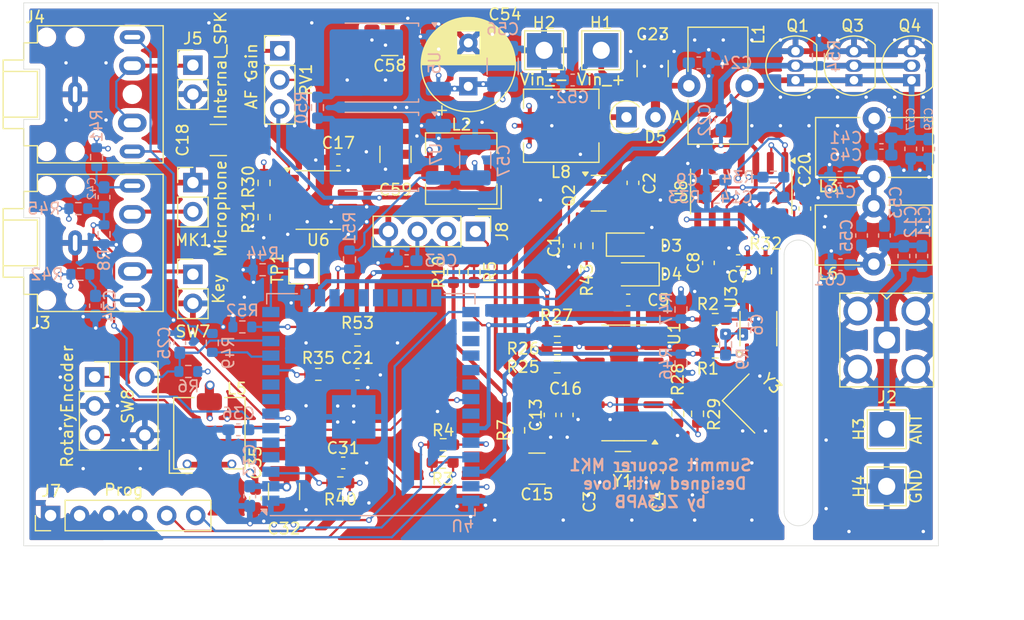
<source format=kicad_pcb>
(kicad_pcb (version 20240108) (generator "pcbnew") (generator_version "8.0")
  (layers (0 "F.Cu" signal) (1 "In1.Cu" signal "GND.Cu") (2 "In2.Cu" signal "VDD.Cu") (31 "B.Cu" signal) (34 "B.Paste" user) (35 "F.Paste" user) (36 "B.SilkS" user "B.Silkscreen") (37 "F.SilkS" user "F.Silkscreen") (38 "B.Mask" user) (39 "F.Mask" user) (44 "Edge.Cuts" user))
  (net 0 "")
  (net 1 "Net-(U1-GPO3{slash}DCLK)")
  (net 2 "GND")
  (net 3 "Net-(U1-RCLK)")
  (net 4 "+3V3")
  (net 5 "Net-(C8-Pad1)")
  (net 6 "Net-(Q1-G)")
  (net 7 "Net-(Q1-D)")
  (net 8 "Net-(J2-In)")
  (net 9 "Net-(Q2-D)")
  (net 10 "VBUS")
  (net 11 "Net-(D3-K)")
  (net 12 "Net-(U1-AMI)")
  (net 13 "Net-(U3-CLK0)")
  (net 14 "Net-(U6-OUT_A)")
  (net 15 "Net-(U1-VDD)")
  (net 16 "Net-(C41-Pad2)")
  (net 17 "Net-(U6-IN_A+)")
  (net 18 "Net-(U1-ROUT{slash}DOUT)")
  (net 19 "Net-(C11-Pad1)")
  (net 22 "Net-(U8E-VCC)")
  (net 23 "Net-(C15-Pad2)")
  (net 24 "/audio_out_right")
  (net 25 "Net-(C21-Pad1)")
  (net 26 "Net-(C22-Pad1)")
  (net 27 "/Encoder.btn")
  (net 28 "/ESP_reset")
  (net 29 "Net-(U4-VDD)")
  (net 30 "/PTT_key")
  (net 31 "Net-(U1-GPO1)")
  (net 32 "Net-(U1-GPO2{slash}INTB)")
  (net 33 "Net-(U1-SDIO)")
  (net 34 "Net-(U1-SCLK)")
  (net 35 "Net-(U1-~{RST})")
  (net 37 "/mic_in")
  (net 38 "Net-(C42-Pad2)")
  (net 39 "Net-(C49-Pad2)")
  (net 40 "/onboard_mic")
  (net 41 "/onboard_key")
  (net 42 "Net-(J5-Pin_1)")
  (net 43 "/ESP_boot")
  (net 44 "/RX_ant_en")
  (net 46 "+3V3_RX")
  (net 47 "VBUS_filtered")
  (net 49 "/ESP_TX")
  (net 50 "/ESP_RX")
  (net 51 "/I2C_SCL")
  (net 52 "/I2C_SDIO")
  (net 53 "Net-(D5-K)")
  (net 54 "Net-(U3-SCL)")
  (net 55 "Net-(U3-SDA)")
  (net 56 "Net-(R7-Pad2)")
  (net 57 "Net-(U3-VDD)")
  (net 58 "/~{SI_RST}")
  (net 59 "Net-(U3-VDDO)")
  (net 60 "/TX_Mod")
  (net 61 "Net-(U4-IO2)")
  (net 62 "Net-(U4-IO12)")
  (net 63 "/side_tone")
  (net 64 "/V_sense")
  (net 66 "Net-(U3-XB)")
  (net 68 "Net-(U3-XA)")
  (net 84 "/Encoder.A")
  (net 85 "/Encoder.B")
  (net 87 "Net-(U8-Pad1)")
  (net 89 "Net-(U6-IN_A-)")
  (net 90 "Net-(U4-TXD0{slash}IO1)")
  (net 91 "Net-(U4-RXD0{slash}IO3)")
  (net 92 "Net-(J8-Pin_2)")
  (net 93 "Net-(J8-Pin_1)")
  (footprint "Connector_PinHeader_2.54mm:PinHeader_1x02_P2.54mm_Vertical" (layer "F.Cu") (at 121.1 89.975)
    (property "Reference" "MK1")
    (property "Value" "Microphone")
  )
  (footprint "summit_scourer:R_0603_linked" (layer "F.Cu") (at 152.974999 106.1 180)
    (property "Reference" "R25")
    (property "Value" "0R")
  )
  (footprint "summit_scourer:R_0603_linked" (layer "F.Cu") (at 152.9875 104.5 180)
    (property "Reference" "R26")
    (property "Value" "0R")
  )
  (footprint "Capacitor_SMD:C_0603_1608Metric_Pad1.08x0.95mm_HandSolder" (layer "F.Cu") (at 159.187501 100.25)
    (property "Reference" "C5")
    (property "Value" "100n")
  )
  (footprint "Capacitor_SMD:C_0603_1608Metric_Pad1.08x0.95mm_HandSolder" (layer "F.Cu") (at 126.575 117.612501 -90)
    (property "Reference" "C35")
    (property "Value" "100n")
  )
  (footprint "summit_scourer:R_0603_linked" (layer "F.Cu") (at 145.7 97.8 90)
    (property "Reference" "R5")
    (property "Value" "0R")
  )
  (footprint "Resistor_SMD:R_0603_1608Metric" (layer "F.Cu") (at 165.25 110.2 -90)
    (property "Reference" "R29")
    (property "Value" "220R")
  )
  (footprint "summit_scourer:R_0603_linked" (layer "F.Cu") (at 171.2 97.7 -90)
    (property "Reference" "R32")
    (property "Value" "0R")
  )
  (footprint "Capacitor_SMD:C_1210_3225Metric_Pad1.33x2.70mm_HandSolder" (layer "F.Cu") (at 151.2 115 180)
    (property "Reference" "C15")
    (property "Value" "10u")
  )
  (footprint "Package_SO:SO-8_3.9x4.9mm_P1.27mm" (layer "F.Cu") (at 132.075 91.5)
    (property "Reference" "U6")
    (property "Value" "LM4808MX_NOPB")
  )
  (footprint "Inductor_SMD:L_TDK_SLF6025" (layer "F.Cu") (at 122.5425 111.9 90)
    (property "Reference" "L5")
    (property "Value" "L_Ferrite")
  )
  (footprint "Inductor_SMD:L_6.3x6.3_H3" (layer "F.Cu") (at 153.325 85 180)
    (property "Reference" "L8")
    (property "Value" "L_Ferrite")
  )
  (footprint "summit_scourer:R_0603_linked" (layer "F.Cu") (at 143.9 97.8 -90)
    (property "Reference" "R10")
    (property "Value" "0R")
  )
  (footprint "Capacitor_SMD:C_1210_3225Metric_Pad1.33x2.70mm_HandSolder" (layer "F.Cu") (at 138.825 87.5 90)
    (property "Reference" "C59")
    (property "Value" "10u")
  )
  (footprint "Capacitor_SMD:C_0603_1608Metric_Pad1.08x0.95mm_HandSolder" (layer "F.Cu") (at 135.5 106.75)
    (property "Reference" "C21")
    (property "Value" "10n")
  )
  (footprint "Diode_SMD:D_PowerDI-123" (layer "F.Cu") (at 159.587501 98 180)
    (property "Reference" "D4")
    (property "Value" "D")
  )
  (footprint "Package_SO:MSOP-10_3x3mm_P0.5mm" (layer "F.Cu") (at 170.575 102.75 90)
    (property "Reference" "U3")
    (property "Value" "Si5351A-B-GT")
  )
  (footprint "Connector_PinHeader_2.54mm:PinHeader_1x04_P2.54mm_Vertical" (layer "F.Cu") (at 145.82 94.25 -90)
    (property "Reference" "J8")
    (property "Value" "Conn_01x06_Socket")
  )
  (footprint "summit_scourer:R_0603_linked" (layer "F.Cu") (at 142.95 114.45)
    (property "Reference" "R3")
    (property "Value" "0R")
  )
  (footprint "Resistor_SMD:R_0603_1608Metric" (layer "F.Cu") (at 134 116.25 180)
    (property "Reference" "R40")
    (property "Value" "100k")
  )
  (footprint "Capacitor_SMD:C_1210_3225Metric_Pad1.33x2.70mm_HandSolder" (layer "F.Cu") (at 129.075 117 -90)
    (property "Reference" "C32")
    (property "Value" "10u")
  )
  (footprint "Resistor_SMD:R_0603_1608Metric" (layer "F.Cu") (at 132.075 106.75)
    (property "Reference" "R35")
    (property "Value" "10k")
  )
  (footprint "Diode_SMD:D_PowerDI-123" (layer "F.Cu") (at 159.587501 95.4)
    (property "Reference" "D3")
    (property "Value" "D")
  )
  (footprint "TestPoint:TestPoint_THTPad_3.0x3.0mm_Drill1.5mm" (layer "F.Cu") (at 151.825 78.4)
    (property "Reference" "H2")
    (property "Value" "Vin_-")
  )
  (footprint "Inductor_THT:L_Toroid_Vertical_L10.0mm_W5.0mm_P5.08mm" (layer "F.Cu") (at 180.675 92.025)
    (property "Reference" "L6")
    (property "Value" "10T/T37-2")
  )
  (footprint "Connector_PinHeader_2.54mm:PinHeader_1x03_P2.54mm_Vertical" (layer "F.Cu") (at 128.7 78.45)
    (property "Reference" "RV1")
    (property "Value" "10k")
  )
  (footprint "Resistor_SMD:R_0603_1608Metric" (layer "F.Cu") (at 135.5 103.75)
    (property "Reference" "R53")
    (property "Value" "10k")
  )
  (footprint "Capacitor_SMD:C_0603_1608Metric_Pad1.08x0.95mm_HandSolder" (layer "F.Cu") (at 153.85 110.3 -90)
    (property "Reference" "C16")
    (property "Value" "10n")
  )
  (footprint "Inductor_THT:L_Toroid_Vertical_L10.0mm_W5.0mm_P5.08mm" (layer "F.Cu") (at 164.495001 81.5 90)
    (property "Reference" "L1")
    (property "Value" "L")
  )
  (footprint "Resistor_SMD:R_0603_1608Metric" (layer "F.Cu") (at 127.325 93 90)
    (property "Reference" "R31")
    (property "Value" "120k")
  )
  (footprint "Package_TO_SOT_THT:TO-92_Inline" (layer "F.Cu") (at 173.825 81.020001 90)
    (property "Reference" "Q1")
    (property "Value" "BS170")
  )
  (footprint "Capacitor_SMD:C_0603_1608Metric_Pad1.08x0.95mm_HandSolder" (layer "F.Cu") (at 134.25 114.5)
    (property "Reference" "C31")
    (property "Value" "100n")
  )
  (footprint "Capacitor_SMD:C_0603_1608Metric_Pad1.08x0.95mm_HandSolder" (layer "F.Cu") (at 168.8 96.8 180)
    (property "Reference" "C7")
    (property "Value" "10n")
  )
  (footprint "Crystal:Crystal_SMD_3225-4Pin_3.2x2.5mm" (layer "F.Cu") (at 170 109.3 -45)
    (property "Reference" "Y3")
    (property "Value" "25MHz")
  )
  (footprint "summit_scourer:R_0603_linked" (layer "F.Cu") (at 143 112.9 180)
    (property "Reference" "R4")
    (property "Value" "0R")
  )
  (footprint "summit_scourer:R_0603_linked" (layer "F.Cu") (at 166.8 104.8)
    (property "Reference" "R1")
    (property "Value" "0R")
  )
  (footprint "TestPoint:TestPoint_THTPad_3.0x3.0mm_Drill1.5mm" (layer "F.Cu") (at 181.8 116.55 90)
    (property "Reference" "H4")
    (property "Value" "GND")
  )
  (footprint "Connector_PinHeader_2.54mm:PinHeader_1x06_P2.54mm_Vertical" (layer "F.Cu") (at 108.65 119.1 90)
    (property "Reference" "J7")
    (property "Value" "Prog")
  )
  (footprint "Inductor_THT:L_Toroid_Vertical_L10.0mm_W5.0mm_P5.08mm" (layer "F.Cu") (at 180.7 84.36)
    (property "Reference" "L3")
    (property "Value" "15T/T37-2")
  )
  (footprint "Capacitor_SMD:C_0603_1608Metric_Pad1.08x0.95mm_HandSolder" (layer "F.Cu") (at 159.6 90 90)
    (property "Reference" "C2")
    (property "Value" "10n")
  )
  (footprint "Capacitor_SMD:C_0603_1608Metric_Pad1.08x0.95mm_HandSolder" (layer "F.Cu") (at 174.635 92.25 90)
    (property "Reference" "C20")
    (property "Value" "10n")
  )
  (footprint "Capacitor_SMD:C_0603_1608Metric_Pad1.08x0.95mm_HandSolder" (layer "F.Cu") (at 155.725 115.274999 -90)
    (property "Reference" "C3")
    (property "Value" "22p")
  )
  (footprint "Connector_Coaxial:SMA_Amphenol_901-143_Horizontal" (layer "F.Cu") (at 181.8 103.75 -90)
    (property "Reference" "J2")
    (property "Value" "Conn_Coaxial")
  )
  (footprint "TestPoint:TestPoint_THTPad_3.0x3.0mm_Drill1.5mm" (layer "F.Cu") (at 156.825 78.4)
    (property "Reference" "H1")
    (property "Value" "Vin_+")
  )
  (footprint "Connector_PinHeader_2.54mm:PinHeader_1x02_P2.54mm_Vertical" (layer "F.Cu") (at 121.1 98)
    (property "Reference" "SW7")
    (property "Value" "Key")
  )
  (footprint "Resistor_SMD:R_0603_1608Metric" (layer "F.Cu") (at 163.525 110.2 -90)
    (property "Reference" "R28")
    (property "Value" "220R")
  )
  (footprint "Connector_Audio:Jack_3.5mm_CUI_SJ1-3525N_Horizontal" (layer "F.Cu") (at 110.8 82.25 -90)
    (property "Reference" "J4")
    (property "Value" "Headphone")
  )
  (footprint "Capacitor_SMD:C_1210_3225Metric_Pad1.33x2.70mm_HandSolder" (layer "F.Cu") (at 123.325 86.25)
    (property "Reference" "C18")
    (property "Value" "10u")
  )
  (footprint "Capacitor_SMD:C_0603_1608Metric_Pad1.08x0.95mm_HandSolder" (layer "F.Cu") (at 161.725 115.275 -90)
    (property "Reference" "C4")
    (property "Value" "22p")
  )
  (footprint "Resistor_SMD:R_0603_1608Metric" (layer "F.Cu") (at 127.325 90 90)
    (property "Reference" "R30")
    (property "Value" "120k")
  )
  (footprint "Capacitor_SMD:C_0603_1608Metric_Pad1.08x0.95mm_HandSolder" (layer "F.Cu") (at 154 95.5 -90)
    (property "Reference" "C1")
    (property "Value" "10n")
  )
  (footprint "Package_SO:SOIC-14_3.9x8.7mm_P1.27mm" (layer "F.Cu") (at 169.075 90.75 -90)
    (property "Reference" "U8")
    (property "Value" "74AC00")
  )
  (footprint "Package_TO_SOT_THT:TO-92_Inline" (layer "F.Cu") (at 183.974999 81.020001 90)
    (property "Reference" "Q4")
    (property "Value" "BS170")
  )
  (footprint "Capacitor_SMD:C_0603_1608Metric_Pad1.08x0.95mm_HandSolder" (layer "F.Cu") (at 166.2 97 -90)
    (property "Reference" "C8")
    (property "Value" "100n")
  )
  (footprint "Resistor_SMD:R_0603_1608Metric" (layer "F.Cu") (at 149.6 111.65 90)
    (property "Reference" "R7")
    (property "Value" "1k")
  )
  (footprint "Capacitor_SMD:C_1210_3225Metric_Pad1.33x2.70mm_HandSolder" (layer "F.Cu") (at 138.325 77.5)
    (property "Reference" "C58")
    (property "Value" "10u")
  )
  (footprint "Capacitor_SMD:C_0603_1608Metric_Pad1.08x0.95mm_HandSolder" (layer "F.Cu") (at 133.825 88 180)
    (property "Reference" "C17")
    (property "Value" "100n")
  )
  (footprint "Package_SO:SO-16_3.9x9.9mm_P1.27mm" (layer "F.Cu") (at 158.825 107.5 180)
    (property "Reference" "U1")
    (property "Value" "SI4732-A10-GS")
  )
  (footprint "Capacitor_SMD:C_0603_1608Metric_Pad1.08x0.95mm_HandSolder" (layer "F.Cu") (at 152.35 110.3 -90)
    (property "Reference" "C13")
    (property "Value" "100n")
  )
  (footprint "Diode_THT:D_A-405_P2.54mm_Vertical_AnodeUp" (layer "F.Cu") (at 159.03 84.25)
    (property "Reference" "D5")
    (property "Value" "1N4007")
  )
  (footprint "Connector_PinHeader_2.54mm:PinHeader_1x01_P2.54mm_Vertical" (layer "F.Cu") (at 130.825 97.5 90)
    (property "Reference" "TP1")
    (property "Value" "IO12")
  )
  (footprint "Capacitor_THT:CP_Radial_D8.0mm_P3.80mm" (layer "F.Cu") (at 145.2 81.552651 90)
    (property "Reference" "C54")
    (property "Value" "470u")
  )
  (footprint "Package_TO_SOT_SMD:SOT-23" (layer "F.Cu") (at 156.6 90.9)
    (property "Reference" "Q2")
    (property "Value" "2N7002H")
  )
  (footprint "summit_scourer:R_0603_linked" (layer "F.Cu") (at 166.8 101.95)
    (property "Reference" "R2")
    (property "Value" "0R")
  )
  (footprint "Inductor_SMD:L_TDK_SLF6025" (layer "F.Cu") (at 144.575 88.75 180)
    (property "Reference" "L2")
    (property "Value" "L_Ferrite")
  )
  (footprint "summit_scourer:R_0603_linked" (layer "F.Cu") (at 155.575 95.5 90)
    (property "Reference" "R43")
    (property "Value" "0R")
  )
  (footprint "summit_scourer:Rotary_encoder" (layer "F.Cu") (at 112.5 106.975)
    (property "Reference" "SW8")
    (property "Value" "RotaryEncoder")
  )
  (footprint "Connector_Audio:Jack_3.5mm_CUI_SJ1-3525N_Horizontal" (layer "F.Cu") (at 110.8 95.25 -90)
    (property "Reference" "J3")
    (property "Value" "PTT/Mic")
  )
  (footprint "Capacitor_SMD:C_1210_3225Metric" (layer "F.Cu") (at 161.325 80 90)
    (property "Reference" "C23")
    (property "Value" "10u")
  )
  (footprint "summit_scourer:R_0603_linked" (layer "F.Cu") (at 152.974999 102.9 180)
    (property "Reference" "R27")
    (property "Value" "0R")
  )
  (footprint "Connector_PinHeader_2.54mm:PinHeader_1x02_P2.54mm_Vertical" (layer "F.Cu") (at 121.1 79.7)
    (property "Reference" "J5")
    (property "Value" "Internal_SPK")
  )
  (footprint "Package_TO_SOT_THT:TO-92_Inline" (layer "F.Cu") (at 178.935 81.020001 90)
    (property "Reference" "Q3")
    (property "Value" "BS170")
  )
  (footprint "TestPoint:TestPoint_THTPad_3.0x3.0mm_Drill1.5mm" (layer "F.Cu") (at 181.8 111.55 90)
    (property "Reference" "H3")
    (property "Value" "ANT")
  )
  (footprint "Crystal:Crystal_SMD_3215-2Pin_3.2x1.5mm" (layer "F.Cu") (at 158.725 114.375)
    (property "Reference" "Y1")
    (property "Value" "32.768 KHz")
  )
  (footprint "Resistor_SMD:R_0603_1608Metric" (layer "B.Cu") (at 111.25 98)
    (property "Reference" "R42")
    (property "Value" "10k")
  )
  (footprint "Capacitor_SMD:C_0603_1608Metric_Pad1.08x0.95mm_HandSolder" (layer "B.Cu") (at 166.825 89.75 180)
    (property "Reference" "C9")
    (property "Value" "22p")
  )
  (footprint "Capacitor_SMD:C_0603_1608Metric_Pad1.08x0.95mm_HandSolder" (layer "B.Cu") (at 112.575 100.75 -90)
    (property "Reference" "C34")
    (property "Value" "100n")
  )
  (footprint "Resistor_SMD:R_0603_1608Metric" (layer "B.Cu") (at 111.075 92.25 180)
    (property "Reference" "R45")
    (property "Value" "10k")
  )
  (footprint "Resistor_SMD:R_0603_1608Metric" (layer "B.Cu") (at 127.2 97.6 180)
    (property "Reference" "R44")
    (property "Value" "10k")
  )
  (footprint "Resistor_SMD:R_0603_1608Metric" (layer "B.Cu") (at 120.7 106.5 180)
    (property "Reference" "R6")
    (property "Value" "10k")
  )
  (footprint "Package_TO_SOT_SMD:TO-252-2" (layer "B.Cu") (at 137.535 79.475 180)
    (property "Reference" "U5")
    (property "Value" "AZ1117-3.3")
  )
  (footprint "Capacitor_SMD:C_0603_1608Metric_Pad1.08x0.95mm_HandSolder" (layer "B.Cu") (at 126.075 117.4 -90)
    (property "Reference" "C33")
    (property "Value" "10n")
  )
  (footprint "Capacitor_SMD:C_0603_1608Metric_Pad1.08x0.95mm_HandSolder" (layer "B.Cu") (at 154.325 81 180)
    (property "Reference" "C52")
    (property "Value" "100n")
  )
  (footprint "Resistor_SMD:R_0603_1608Metric" (layer "B.Cu") (at 125.425 102.6 180)
    (property "Reference" "R52")
    (property "Value" "10k")
  )
  (footprint "Capacitor_SMD:C_0603_1608Metric_Pad1.08x0.95mm_HandSolder" (layer "B.Cu") (at 113.325 91.25 90)
    (property "Reference" "C42")
    (property "Value" "100n")
  )
  (footprint "Capacitor_SMD:C_0603_1608Metric_Pad1.08x0.95mm_HandSolder" (layer "B.Cu") (at 171.885 91.25 180)
    (property "Reference" "C14")
    (property "Value" "100n")
  )
  (footprint "Capacitor_SMD:C_0603_1608Metric_Pad1.08x0.95mm_HandSolder" (layer "B.Cu") (at 165.35 79.5)
    (property "Reference" "C24")
    (property "Value" "100n")
  )
  (footprint "Capacitor_SMD:C_0603_1608Metric_Pad1.08x0.95mm_HandSolder" (layer "B.Cu") (at 184.875 96.4 -90)
    (property "Reference" "C11")
    (property "Value" "100n")
  )
  (footprint "summit_scourer:R_0603_linked" (layer "B.Cu") (at 171.885 89.5)
    (property "Reference" "R34")
    (property "Value" "0R")
  )
  (footprint "Capacitor_SMD:C_0603_1608Metric_Pad1.08x0.95mm_HandSolder" (layer "B.Cu") (at 181.6 94.605 -90)
    (property "Reference" "C53")
    (property "Value" "150p")
  )
  (footprint "Capacitor_SMD:C_0603_1608Metric_Pad1.08x0.95mm_HandSolder" (layer "B.Cu") (at 169.2 102.4 90)
    (property "Reference" "C6")
    (property "Value" "100n")
  )
  (footprint "Capacitor_SMD:C_0603_1608Metric_Pad1.08x0.95mm_HandSolder" (layer "B.Cu") (at 167.3 84.5 90)
    (property "Reference" "C22")
    (property "Value" "10n")
  )
  (footprint "Resistor_SMD:R_0603_1608Metric" (layer "B.Cu") (at 122.8 104 90)
    (property "Reference" "R49")
    (property "Value" "10k")
  )
  (footprint "Resistor_SMD:R_0603_1608Metric" (layer "B.Cu") (at 113.325 94.5 -90)
    (property "Reference" "R8")
    (property "Value" "10k")
  )
  (footprint "Capacitor_SMD:C_0603_1608Metric_Pad1.08x0.95mm_HandSolder" (layer "B.Cu") (at 119.95 104 90)
    (property "Reference" "C25")
    (property "Value" "100n")
  )
  (footprint "Capacitor_SMD:C_0603_1608Metric_Pad1.08x0.95mm_HandSolder" (layer "B.Cu") (at 177.7 89.5)
    (property "Reference" "C49")
    (property "Value" "1n")
  )
  (footprint "Capacitor_SMD:C_0603_1608Metric_Pad1.08x0.95mm_HandSolder" (layer "B.Cu") (at 181.337499 87.562497 180)
    (property "Reference" "C46")
    (property "Value" "470p")
  )
  (footprint "Resistor_SMD:R_0603_1608Metric" (layer "B.Cu") (at 175.825001 78.925 90)
    (property "Reference" "R54")
    (property "Value" "100k")
  )
  (footprint "Capacitor_SMD:C_0603_1608Metric_Pad1.08x0.95mm_HandSolder" (layer "B.Cu") (at 181.337499 86.062497 180)
    (property "Reference" "C41")
    (property "Value" "470p")
  )
  (footprint "Capacitor_SMD:C_0603_1608Metric_Pad1.08x0.95mm_HandSolder" (layer "B.Cu") (at 183.899998 87.024998 -90)
    (property "Reference" "C37")
    (property "Value" "150p")
  )
  (footprint "Capacitor_SMD:C_0603_1608Metric_Pad1.08x0.95mm_HandSolder" (layer "B.Cu") (at 183.3 96.4 -90)
    (property "Reference" "C12")
    (property "Value" "100n")
  )
  (footprint "RF_Module:ESP32-WROOM-32UE" (layer "B.Cu") (at 136.67 109.4)
    (property "Reference" "U4")
    (property "Value" "ESP32-WROOM-32UE")
  )
  (footprint "summit_scourer:R_0603_linked" (layer "B.Cu") (at 167.7 104.15 -90)
    (property "Reference" "R9")
    (property "Value" "0R")
  )
  (footprint "Capacitor_SMD:C_0603_1608Metric_Pad1.08x0.95mm_HandSolder" (layer "B.Cu") (at 139.8 96.8 180)
    (property "Reference" "C63")
    (property "Value" "100n")
  )
  (footprint "Capacitor_SMD:C_0603_1608Metric_Pad1.08x0.95mm_HandSolder" (layer "B.Cu") (at 179.6 94.605 -90)
    (property "Reference" "C55")
    (property "Value" "150p")
  )
  (footprint "Capacitor_SMD:C_1210_3225Metric_Pad1.33x2.70mm_HandSolder" (layer "B.Cu") (at 145.8 88 90)
    (property "Reference" "C57")
    (property "Value" "10u")
  )
  (footprint "Capacitor_SMD:C_0603_1608Metric_Pad1.08x0.95mm_HandSolder" (layer "B.Cu") (at 185.474998 87.037499 -90)
    (property "Reference" "C39")
    (property "Value" "150p")
  )
  (footprint "Resistor_SMD:R_0603_1608Metric" (layer "B.Cu") (at 163.8 101.075 -90)
    (property "Reference" "R47")
    (property "Value" "1k")
  )
  (footprint "Capacitor_SMD:C_1210_3225Metric_Pad1.33x2.70mm_HandSolder" (layer "B.Cu") (at 148.2 79.8 90)
    (property "Reference" "C56")
    (property "Value" "10u")
  )
  (footprint "Capacitor_SMD:C_0603_1608Metric_Pad1.08x0.95mm_HandSolder" (layer "B.Cu") (at 177.75 97.155 180)
    (property "Reference" "C61")
    (property "Value" "1n")
  )
  (footprint "Resistor_SMD:R_0603_1608Metric" (layer "B.Cu") (at 134.8 96.7 -90)
    (property "Reference" "R51")
    (property "Value" "100k")
  )
  (footprint "Package_TO_SOT_SMD:TO-252-2" (layer "B.Cu") (at 137.535 87.28 180)
    (property "Reference" "U7")
    (property "Value" "AZ1117-3.3")
  )
  (footprint "Resistor_SMD:R_0603_1608Metric" (layer "B.Cu") (at 163.8 105.8 90)
    (property "Reference" "R46")
    (property "Value" "1k")
  )
  (footprint "Resistor_SMD:R_0603_1608Metric" (layer "B.Cu") (at 166.9 91.25 180)
    (property "Reference" "R33")
    (property "Value" "100k")
  )
  (footprint "Resistor_SMD:R_0603_1608Metric" (layer "B.Cu") (at 112.675 87.75 -90)
    (property "Reference" "R41")
    (property "Value" "1k")
  )
  (footprint "summit_scourer:R_0603_linked" (layer "B.Cu") (at 132 83.4125 -90)
    (property "Reference" "R50")
    (property "Value" "0R")
  )
  (footprint "Capacitor_SMD:C_0603_1608Metric_Pad1.08x0.95mm_HandSolder" (layer "B.Cu") (at 125.075 111.6 180)
    (property "Reference" "C36")
    (property "Value" "10n")
  )
  (gr_line (start 106.3 93.05) (end 106.3 84.45) (stroke (width 0.05)) (layer "Edge.Cuts"))
  (gr_line (start 107.7 84.45) (end 107.7 80.05) (stroke (width 0.05)) (layer "Edge.Cuts"))
  (gr_line (start 107.7 80.05) (end 106.3 80.05) (stroke (width 0.05)) (layer "Edge.Cuts"))
  (gr_arc (start 175.324999 118.75) (mid 174.075 119.999999) (end 172.825001 118.75) (stroke (width 0.05)) (layer "Edge.Cuts"))
  (gr_line (start 106.3 97.45) (end 107.7 97.45) (stroke (width 0.05)) (layer "Edge.Cuts"))
  (gr_line (start 175.324999 118.75) (end 175.325 96.25) (stroke (width 0.05)) (layer "Edge.Cuts"))
  (gr_line (start 106.3 84.45) (end 107.7 84.45) (stroke (width 0.05)) (layer "Edge.Cuts"))
  (gr_arc (start 172.825 96.25) (mid 174.075 95) (end 175.325 96.25) (stroke (width 0.05)) (layer "Edge.Cuts"))
  (gr_line (start 106.3 121.75) (end 106.3 97.45) (stroke (width 0.05)) (layer "Edge.Cuts"))
  (gr_line (start 106.3 80.05) (end 106.3 74.25) (stroke (width 0.05)) (layer "Edge.Cuts"))
  (gr_line (start 172.825 96.25) (end 172.825001 118.75) (stroke (width 0.05)) (layer "Edge.Cuts"))
  (gr_line (start 106.3 74.25) (end 186.325 74.25) (stroke (width 0.05)) (layer "Edge.Cuts"))
  (gr_line (start 186.325 74.25) (end 186.325 121.75) (stroke (width 0.05)) (layer "Edge.Cuts"))
  (gr_line (start 107.7 93.05) (end 106.3 93.05) (stroke (width 0.05)) (layer "Edge.Cuts"))
  (gr_line (start 107.7 97.45) (end 107.7 93.05) (stroke (width 0.05)) (layer "Edge.Cuts"))
  (gr_line (start 186.325 121.75) (end 106.3 121.75) (stroke (width 0.05)) (layer "Edge.Cuts"))
  (gr_text "Summit Scourer MK1\nDesigned with love \nby ZL3APB" (at 162 118.5 0) (layer "B.SilkS") (effects (font (size 1 1) (thickness 0.2) (bold yes)) (justify bottom mirror)))
  (gr_text "AF Gain" (at 126.8 83.65 90) (layer "F.SilkS") (effects (font (size 1 1)) (justify left bottom)))
  (segment (start 159.974999 114.375) (end 159.974999 110.925001) (width 0.2) (layer "F.Cu") (net 1))
  (segment (start 159.974999 114.375) (end 161.687501 114.375) (width 0.2) (layer "F.Cu") (net 1))
  (segment (start 159.974999 110.925001) (end 160.225 110.675) (width 0.2) (layer "F.Cu") (net 1))
  (segment (start 161.687501 114.375) (end 161.725 114.412499) (width 0.2) (layer "F.Cu") (net 1))
  (segment (start 160.225 110.675) (end 161.4 110.675) (width 0.2) (layer "F.Cu") (net 1))
  (segment (start 170.575 101.875) (end 170.6 101.9) (width 0.2) (layer "F.Cu") (net 2))
  (segment (start 128.987502 118.475002) (end 129.075 118.5625) (width 0.2) (layer "F.Cu") (net 2))
  (segment (start 170.178858 110.678858) (end 171.2 111.7) (width 0.2) (layer "F.Cu") (net 2))
  (segment (start 126.575 118.475002) (end 128.987502 118.475002) (width 0.2) (layer "F.Cu") (net 2))
  (segment (start 170.176777 110.678858) (end 170.178858 110.678858) (width 0.2) (layer "F.Cu") (net 2))
  (segment (start 170.575 100.6375) (end 170.575 101.875) (width 0.2) (layer "F.Cu") (net 2))
  (segment (start 156.25 110.675) (end 157.575 110.675) (width 0.2) (layer "F.Cu") (net 2))
  (segment (start 169.823223 107.921142) (end 169.823223 107.776777) (width 0.2) (layer "F.Cu") (net 2))
  (segment (start 169.823223 107.776777) (end 170.7 106.9) (width 0.2) (layer "F.Cu") (net 2))
  (segment (start 157.575 110.675) (end 157.6 110.7) (width 0.2) (layer "F.Cu") (net 2))
  (segment (start 135.1125 114.5) (end 136.3 114.5) (width 0.35) (layer "F.Cu") (net 2))
  (via (at 155.7 117.3) (size 0.5) (drill 0.3) (layers "F.Cu" "B.Cu") (net 2))
  (via (at 125.5 97.6) (size 0.5) (drill 0.3) (layers "F.Cu" "B.Cu") (net 2))
  (via (at 165 119.5) (size 0.5) (drill 0.3) (layers "F.Cu" "B.Cu") (net 2))
  (via (at 152.5 85) (size 0.5) (drill 0.3) (layers "F.Cu" "B.Cu") (net 2))
  (via (at 169.2 111.7) (size 0.5) (drill 0.3) (layers "F.Cu" "B.Cu") (net 2))
  (via (at 109.5 107) (size 0.5) (drill 0.3) (layers "F.Cu" "B.Cu") (net 2))
  (via (at 126.4 98.7) (size 0.5) (drill 0.3) (layers "F.Cu" "B.Cu") (net 2))
  (via (at 154.8 110.7) (size 0.5) (drill 0.3) (layers "F.Cu" "B.Cu") (net 2))
  (via (at 163.5 112.1) (size 0.5) (drill 0.3) (layers "F.Cu" "B.Cu") (net 2))
  (via (at 159.5 119.5) (size 0.5) (drill 0.3) (layers "F.Cu" "B.Cu") (net 2))
  (via (at 175 87.5) (size 0.5) (drill 0.3) (layers "F.Cu" "B.Cu") (net 2))
  (via (at 184.7 88.9) (size 0.5) (drill 0.3) (layers "F.Cu" "B.Cu") (net 2))
  (via (at 139 104) (size 0.5) (drill 0.3) (layers "F.Cu" "B.Cu") (net 2))
  (via (at 176.8 88.4) (size 0.6) (drill 0.3) (layers "F.Cu" "B.Cu") (net 2))
  (via (at 180 82.5) (size 0.5) (drill 0.3) (layers "F.Cu" "B.Cu") (net 2))
  (via (at 144.2 118.3) (size 0.5) (drill 0.3) (layers "F.Cu" "B.Cu") (net 2))
  (via (at 157.6 110.7) (size 0.5) (drill 0.3) (layers "F.Cu" "B.Cu") (net 2))
  (via (at 172.5 77.5) (size 0.5) (drill 0.3) (layers "F.Cu" "B.Cu") (net 2))
  (via (at 124.1 110.65) (size 0.5) (drill 0.3) (layers "F.Cu" "B.Cu") (net 2))
  (via (at 153.5 82) (size 0.5) (drill 0.3) (layers "F.Cu" "B.Cu") (net 2))
  (via (at 113.3 96.3) (size 0.5) (drill 0.3) (layers "F.Cu" "B.Cu") (net 2))
  (via (at 127.5 85) (size 0.5) (drill 0.3) (layers "F.Cu" "B.Cu") (net 2))
  (via (at 126.1 119.8) (size 0.5) (drill 0.3) (layers "F.Cu" "B.Cu") (net 2))
  (via (at 162.4 95.5) (size 0.5) (drill 0.3) (layers "F.Cu" "B.Cu") (net 2))
  (via (at 164.8 117.3) (size 0.5) (drill 0.3) (layers "F.Cu" "B.Cu") (net 2))
  (via (at 131.5 76) (size 0.5) (drill 0.3) (layers "F.Cu" "B.Cu") (net 2))
  (via (at 136.3 93.4) (size 0.5) (drill 0.3) (layers "F.Cu" "B.Cu") (net 2))
  (via (at 165 77.5) (size 0.5) (drill 0.3) (layers "F.Cu" "B.Cu") (net 2))
  (via (at 176.95 95.955) (size 0.5) (drill 0.3) (layers "F.Cu" "B.Cu") (net 2))
  (via (at 133.2 93.4) (size 0.5) (drill 0.3) (layers "F.Cu" "B.Cu") (net 2))
  (via (at 122.5 76) (size 0.5) (drill 0.3) (layers "F.Cu" "B.Cu") (net 2))
  (via (at 176.45 92.9275) (size 0.5) (drill 0.3) (layers "F.Cu" "B.Cu") (net 2))
  (via (at 111.5 101.7) (size 0.5) (drill 0.3) (layers "F.Cu" "B.Cu") (net 2))
  (via (at 151.25 111.15) (size 0.5) (drill 0.3) (layers "F.Cu" "B.Cu") (net 2))
  (via (at 165.1 91.3) (size 0.5) (drill 0.3) (layers "F.Cu" "B.Cu") (net 2))
  (via (at 160.75 116.2) (size 0.5) (drill 0.3) (layers "F.Cu" "B.Cu") (net 2))
  (via (at 162.1 77.2) (size 0.5) (drill 0.3) (layers "F.Cu" "B.Cu") (net 2))
  (via (at 137.5 106.8) (size 0.5) (drill 0.3) (layers "F.Cu" "B.Cu") (net 2))
  (via (at 153.85 112.25) (size 0.5) (drill 0.3) (layers "F.Cu" "B.Cu") (net 2))
  (via (at 182 83.6) (size 0.5) (drill 0.3) (layers "F.Cu" "B.Cu") (net 2))
  (via (at 169.8 91.9) (size 0.5) (drill 0.3) (layers "F.Cu" "B.Cu") (net 2))
  (via (at 140.7 85.9) (size 0.5) (drill 0.3) (layers "F.Cu" "B.Cu") (net 2))
  (via (at 164.9 89.8) (size 0.5) (drill 0.3) (layers "F.Cu" "B.Cu") (net 2))
  (via (at 175.8 91.3) (size 0.5) (drill 0.3) (layers "F.Cu" "B.Cu") (net 2))
  (via (at 155 87.5) (size 0.5) (drill 0.3) (layers "F.Cu" "B.Cu") (net 2))
  (via (at 147.5 119.5) (size 0.5) (drill 0.3) (layers "F.Cu" "B.Cu") (net 2))
  (via (at 177.5 77.5) (size 0.5) (drill 0.3) (layers "F.Cu" "B.Cu") (net 2))
  (via (at 131.1 93.4) (size 0.5) (drill 0.3) (layers "F.Cu" "B.Cu") (net 2))
  (via (at 180 77.5) (size 0.5) (drill 0.3) (layers "F.Cu" "B.Cu") (net 2))
  (via (at 159.4 78.5) (size 0.5) (drill 0.3) (layers "F.Cu" "B.Cu") (net 2))
  (via (at 113.5 79.5) (size 0.5) (drill 0.3) (layers "F.Cu" "B.Cu") (net 2))
  (via (at 175.7 89.5) (size 0.5) (drill 0.3) (layers "F.Cu" "B.Cu") (net 2))
  (via (at 166.225 80.65) (size 0.5) (drill 0.3) (layers "F.Cu" "B.Cu") (net 2))
  (via (at 138.5 95.9) (size 0.5) (drill 0.3) (layers "F.Cu" "B.Cu") (net 2))
  (via (at 110 84.5) (size 0.5) (drill 0.3) (layers "F.Cu" "B.Cu") (net 2))
  (via (at 131.85 88) (size 0.5) (drill 0.3) (layers "F.Cu" "B.Cu") (net 2))
  (via (at 175 82.5) (size 0.5) (drill 0.3) (layers "F.Cu" "B.Cu") (net 2))
  (via (at 161.7 117.3) (size 0.5) (drill 0.3) (layers "F.Cu" "B.Cu") (net 2))
  (via (at 176.5 112.5) (size 0.5) (drill 0.3) (layers "F.Cu" "B.Cu") (net 2))
  (via (at 136.3 92.1) (size 0.5) (drill 0.3) (layers "F.Cu" "B.Cu") (net 2))
  (via (at 171.2 111.7) (size 0.5) (drill 0.3) (layers "F.Cu" "B.Cu") (net 2))
  (via (at 139.8 83.4) (size 0.5) (drill 0.3) (layers "F.Cu" "B.Cu") (net 2))
  (via (at 160.6 77.2) (size 0.5) (drill 0.3) (layers "F.Cu" "B.Cu") (net 2))
  (via (at 160.6 79.8) (size 0.5) (drill 0.3) (layers "F.Cu" "B.Cu") (net 2))
  (via (at 136.4 107.9) (size 0.5) (drill 0.3) (layers "F.Cu" "B.Cu") (net 2))
  (via (at 141 77.2) (size 0.5) (drill 0.3) (layers "F.Cu" "B.Cu") (net 2))
  (via (at 170 77.5) (size 0.5) (drill 0.3) (layers "F.Cu" "B.Cu") (net 2))
  (via (at 129.4 94.5) (size 0.5) (drill 0.3) (layers "F.Cu" "B.Cu") (net 2))
  (via (at 162 91.5) (size 0.5) (drill 0.3) (layers "F.Cu" "B.Cu") (net 2))
  (via (at 114.5 109.5) (size 0.5) (drill 0.3) (layers "F.Cu" "B.Cu") (net 2))
  (via (at 176.8 90.6) (size 0.6) (drill 0.3) (layers "F.Cu" "B.Cu") (net 2))
  (via (at 113.6 101.7) (size 0.5) (drill 0.3) (layers "F.Cu" "B.Cu") (net 2))
  (via (at 123.75 102.6) (size 0.5) (drill 0.3) (layers "F.Cu" "B.Cu") (net 2))
  (via (at 170 114.5) (size 0.5) (drill 0.3) (layers "F.Cu" "B.Cu") (net 2))
  (via (at 165 99.5) (size 0.5) (drill 0.3) (layers "F.Cu" "B.Cu") (net 2))
  (via (at 136.5 118) (size 0.5) (drill 0.3) (layers "F.Cu" "B.Cu") (net 2))
  (via (at 185 77.5) (size 0.5) (drill 0.3) (layers "F.Cu" "B.Cu") (net 2))
  (via (at 178.5 120.5) (size 0.5) (drill 0.3) (layers "F.Cu" "B.Cu") (net 2))
  (via (at 127.3 94.8) (size 0.5) (drill 0.3) (layers "F.Cu" "B.Cu") (net 2))
  (via (at 170 85) (size 0.5) (drill 0.3) (layers "F.Cu" "B.Cu") (net 2))
  (via (at 126.3 93.8) (size 0.5) (drill 0.3) (layers "F.Cu" "B.Cu") (net 2))
  (via (at 156.7 116.2) (size 0.5) (drill 0.3) (layers "F.Cu" "B.Cu") (net 2))
  (via (at 154 97.35) (size 0.5) (drill 0.3) (layers "F.Cu" "B.Cu") (net 2))
  (via (at 161.25 93.9) (size 0.5) (drill 0.3) (layers "F.Cu" "B.Cu") (net 2))
  (via (at 138.8 83.4) (size 0.5) (drill 0.3) (layers "F.Cu" "B.Cu") (net 2))
  (via (at 174.6 90.2) (size 0.5) (drill 0.3) (layers "F.Cu" "B.Cu") (net 2))
  (via (at 182.5 82.5) (size 0.5) (drill 0.3) (layers "F.Cu" "B.Cu") (net 2))
  (via (at 164.4 88.3) (size 0.5) (drill 0.3) (layers "F.Cu" "B.Cu") (net 2))
  (via (at 127.3 119.6) (size 0.5) (drill 0.3) (layers "F.Cu" "B.Cu") (net 2))
  (via (at 133.77 110.92) (size 0.5) (drill 0.3) (layers "F.Cu" "B.Cu") (net 2))
  (via (at 176.95 98.355) (size 0.5) (drill 0.3) (layers "F.Cu" "B.Cu") (net 2))
  (via (at 172.5 85) (size 0.5) (drill 0.3) (layers "F.Cu" "B.Cu") (net 2))
  (via (at 135.17 110.92) (size 0.5) (drill 0.3) (layers "F.Cu" "B.Cu") (net 2))
  (via (at 165.3 86.8) (size 0.5) (drill 0.3) (layers "F.Cu" "B.Cu") (net 2))
  (via (at 112.6 102.7) (size 0.5) (drill 0.3) (layers "F.Cu" "B.Cu") (net 2))
  (via (at 163.2 78.5) (size 0.5) (drill 0.3) (layers "F.Cu" "B.Cu") (net 2))
  (via (at 165 114.5) (size 0.5) (drill 0.3) (layers "F.Cu" "B.Cu") (net 2))
  (via (at 176.35 93.855) (size 0.5) (drill 0.3) (layers "F.Cu" "B.Cu") (net 2))
  (via (at 110 79.5) (size 0.5) (drill 0.3) (layers "F.Cu" "B.Cu") (net 2))
  (via (at 142.6 84) (size 0.5) (drill 0.3) (layers "F.Cu" "B.Cu") (net 2))
  (via (at 146.7 118.2) (size 0.5) (drill 0.3) (layers "F.Cu" "B.Cu") (net 2))
  (via (at 124.6 101.6) (size 0.5) (drill 0.3) (layers "F.Cu" "B.Cu") (net 2))
  (via (at 162.4 98) (size 0.5) (drill 0.3) (layers "F.Cu" "B.Cu") (net 2))
  (via (at 109.5 111.5) (size 0.5) (drill 0.3) (layers "F.Cu" "B.Cu") (net 2))
  (via (at 170.6 101.9) (size 0.5) (drill 0.3) (layers "F.Cu" "B.Cu") (net 2))
  (via (at 167.9 97.8) (size 0.5) (drill 0.3) (layers "F.Cu" "B.Cu") (net 2))
  (via (at 137.3 97) (size 0.5) (drill 0.3) (layers "F.Cu" "B.Cu") (net 2))
  (via (at 185 120.5) (size 0.5) (drill 0.3) (layers "F.Cu" "B.Cu") (net 2))
  (via (at 145.4 119.2) (size 0.5) (drill 0.3) (layers "F.Cu" "B.Cu") (net 2))
  (via (at 133.2 92.1) (size 0.5) (drill 0.3) (layers "F.Cu" "B.Cu") (net 2))
  (via (at 146.4 84.7) (size 0.5) (drill 0.3) (layers "F.Cu" "B.Cu") (net 2))
  (via (at 131 109.5) (size 0.5) (drill 0.3) (layers "F.Cu" "B.Cu") (net 2))
  (via (at 125.6 100) (size 0.5) (drill 0.3) (layers "F.Cu" "B.Cu") (net 2))
  (via (at 152.4 112.25) (size 0.5) (drill 0.3) (layers "F.Cu" "B.Cu") (net 2))
  (via (at 131 118.6) (size 0.5) (drill 0.3) (layers "F.Cu" "B.Cu") (net 2))
  (via (at 153.5 119.5) (size 0.5) (drill 0.3) (layers "F.Cu" "B.Cu") (net 2))
  (via (at 142.6 78.3) (size 0.5) (drill 0.3) (layers "F.Cu" "B.Cu") (net 2))
  (via (at 177 78.1) (size 0.5) (drill 0.3) (layers "F.Cu" "B.Cu") (net 2))
  (via (at 142.6 76.1) (size 0.5) (drill 0.3) (layers "F.Cu" "B.Cu") (net 2))
  (via (at 153.05 96.4) (size 0.5) (drill 0.3) (layers "F.Cu" "B.Cu") (net 2))
  (via (at 133.77 109.52) (size 0.5) (drill 0.3) (layers "F.Cu" "B.Cu") (net 2))
  (via (at 142.5 110) (size 0.5) (drill 0.3) (layers "F.Cu" "B.Cu") (net 2))
  (via (at 152.5 82.5) (size 0.5) (drill 0.3) (layers "F.Cu" "B.Cu") (net 2))
  (via (at 167.5 77.5) (size 0.5) (drill 0.3) (layers "F.Cu" "B.Cu") (net 2))
  (via (at 185.5 89.5) (size 0.5) (drill 0.3) (layers "F.Cu" "B.Cu") (net 2))
  (via (at 122.5 95.5) (size 0.5) (drill 0.3) (layers "F.Cu" "B.Cu") (net 2))
  (via (at 136.3 114.5) (size 0.5) (drill 0.3) (layers "F.Cu" "B.Cu") (net 2))
  (via (at 134.7 94.5) (size 0.5) (drill 0.3) (layers "F.Cu" "B.Cu") (net 2))
  (via (at 151.5 91.5) (size 0.5) (drill 0.3) (layers "F.Cu" "B.Cu") (net 2))
  (via (at 177.5 87.5) (size 0.5) (drill 0.3) (layers "F.Cu" "B.Cu") (net 2))
  (via (at 116.5 115) (size 0.5) (drill 0.3) (layers "F.Cu" "B.Cu") (net 2))
  (via (at 129.7 100.5) (size 0.5) (drill 0.3) (layers "F.Cu" "B.Cu") (net 2))
  (via (at 177.5 85) (size 0.5) (drill 0.3) (layers "F.Cu" "B.Cu") (net 2))
  (via (at 170 119.5) (size 0.5) (drill 0.3) (layers "F.Cu" "B.Cu") (net 2))
  (via (at 121.025 103.1) (size 0.5) (drill 0.3) (layers "F.Cu" "B.Cu") (net 2))
  (via (at 129.9 119.9) (size 0.5) (drill 0.3) (layers "F.Cu" "B.Cu") (net 2))
  (via (at 147.3 77) (size 0.5) (drill 0.3) (layers "F.Cu" "B.Cu") (net 2))
  (via (at 141.1 85) (size 0.5) (drill 0.3) (layers "F.Cu" "B.Cu") (net 2))
  (via (at 177.5 82.5) (size 0.5) (drill 0.3) (layers "F.Cu" "B.Cu") (net 2))
  (via (at 131 99.1) (size 0.5) (drill 0.3) (layers "F.Cu" "B.Cu") (net 2))
  (via (at 131 104) (size 0.5) (drill 0.3) (layers "F.Cu" "B.Cu") (net 2))
  (via (at 142.6 86.1) (size 0.5) (drill 0.3) (layers "F.Cu" "B.Cu") (net 2))
  (via (at 183.3 88.9) (size 0.5) (drill 0.3) (layers "F.Cu" "B.Cu") (net 2))
  (via (at 111.5 115) (size 0.5) (drill 0.3) (layers "F.Cu" "B.Cu") (net 2))
  (via (at 145.1 84.7) (size 0.5) (drill 0.3) (layers "F.Cu" "B.Cu") (net 2))
  (via (at 175 85) (size 0.5) (drill 0.3) (layers "F.Cu" "B.Cu") (net 2))
  (via (at 126 81) (size 0.5) (drill 0.3) (layers "F.Cu" "B.Cu") (net 2))
  (via (at 182.5 77.5) (size 0.5) (drill 0.3) (layers "F.Cu" "B.Cu") (net 2))
  (via (at 130 85) (size 0.5) (drill 0.3) (layers "F.Cu" "B.Cu") (net 2))
  (via (at 185.35 93.855) (size 0.5) (drill 0.3) (layers "F.Cu" "B.Cu") (net 2))
  (via (at 162.8 104.3) (size 0.5) (drill 0.3) (layers "F.Cu" "B.Cu") (net 2))
  (via (at 170.7 106.9) (size 0.5) (drill 0.3) (layers "F.Cu" "B.Cu") (net 2))
  (via (at 113.5 84.5) (size 0.5) (drill 0.3) (layers "F.Cu" "B.Cu") (net 2))
  (via (at 155 82.5) (size 0.5) (drill 0.3) (layers "F.Cu" "B.Cu") (net 2))
  (via (at 160.1 104.3) (size 0.5) (drill 0.3) (layers "F.Cu" "B.Cu") (net 2))
  (via (at 175.9 77.1) (size 0.5) (drill 0.3) (layers "F.Cu" "B.Cu") (net 2))
  (via (at 162.1 79.8) (size 0.5) (drill 0.3) (layers "F.Cu" "B.Cu") (net 2))
  (via (at 126.4 96.5) (size 0.5) (drill 0.3) (layers "F.Cu" "B.Cu") (net 2))
  (via (at 135.17 109.52) (size 0.5) (drill 0.3) (layers "F.Cu" "B.Cu") (net 2))
  (via (at 166.225 78.35) (size 0.5) (drill 0.3) (layers "F.Cu" "B.Cu") (net 2))
  (via (at 139.9 75.6) (size 0.5) (drill 0.3) (layers "F.Cu" "B.Cu") (net 2))
  (via (at 136.4 105.6) (size 0.5) (drill 0.3) (layers "F.Cu" "B.Cu") (net 2))
  (via (at 168 95.7) (size 0.5) (drill 0.3) (layers "F.Cu" "B.Cu") (net 2))
  (via (at 176 98.7275) (size 0.5) (drill 0.3) (layers "F.Cu" "B.Cu") (net 2))
  (via (at 148.6 77) (size 0.5) (drill 0.3) (layers "F.Cu" "B.Cu") (net 2))
  (via (at 172.5 82.5) (size 0.5) (drill 0.3) (layers "F.Cu" "B.Cu") (net 2))
  (via (at 107.5 102.5) (size 0.5) (drill 0.3) (layers "F.Cu" "B.Cu") (net 2))
  (via (at 176.5 118.5) (size 0.5) (drill 0.3) (layers "F.Cu" "B.Cu") (net 2))
  (via (at 154.9 104.3) (size 0.5) (drill 0.3) (layers "F.Cu" "B.Cu") (net 2))
  (via (at 167.425 79.55) (size 0.5) (drill 0.3) (layers "F.Cu" "B.Cu") (net 2))
  (via (at 128.2 119.9) (size 0.5) (drill 0.3) (layers "F.Cu" "B.Cu") (net 2))
  (via (at 152.4 81) (size 0.5) (drill 0.3) (layers "F.Cu" "B.Cu") (net 2))
  (via (at 114.4 95.4) (size 0.5) (drill 0.3) (layers "F.Cu" "B.Cu") (net 2))
  (via (at 185 82.5) (size 0.5) (drill 0.3) (layers "F.Cu" "B.Cu") (net 2))
  (via (at 157.6 104.3) (size 0.5) (drill 0.3) (layers "F.Cu" "B.Cu") (net 2))
  (via (at 119.4 102) (size 0.5) (drill 0.3) (layers "F.Cu" "B.Cu") (net 2))
  (via (at 115 112.5) (size 0.5) (drill 0.3) (layers "F.Cu" "B.Cu") (net 2))
  (segment (start 126.075 118.262501) (end 126.075 119.775) (width 0.2) (layer "B.Cu") (net 2))
  (segment (start 153.462499 80.037499) (end 151.825 78.4) (width 0.5) (layer "B.Cu") (net 2))
  (segment (start 170.237499 101.537499) (end 170.6 101.9) (width 0.2) (layer "B.Cu") (net 2))
  (segment (start 169.2 101.537499) (end 170.237499 101.537499) (width 0.2) (layer "B.Cu") (net 2))
  (segment (start 126.075 119.775) (end 126.1 119.8) (width 0.2) (layer "B.Cu") (net 2))
  (segment (start 153.462499 81) (end 153.462499 80.037499) (width 0.5) (layer "B.Cu") (net 2))
  (segment (start 156.25 108.135) (end 157.485 108.135) (width 0.2) (layer "F.Cu") (net 3))
  (segment (start 158.2 112.4) (end 157.475001 113.124999) (width 0.2) (layer "F.Cu") (net 3))
  (segment (start 158.2 108.85) (end 158.2 112.4) (width 0.2) (layer "F.Cu") (net 3))
  (segment (start 157.485 108.135) (end 158.2 108.85) (width 0.2) (layer "F.Cu") (net 3))
  (segment (start 155.725 114.412498) (end 157.437503 114.412498) (width 0.2) (layer "F.Cu") (net 3))
  (segment (start 157.437503 114.412498) (end 157.475001 114.375) (width 0.2) (layer "F.Cu") (net 3))
  (segment (start 157.475001 113.124999) (end 157.475001 114.375) (width 0.2) (layer "F.Cu") (net 3))
  (segment (start 169.662501 96.8) (end 169.662501 97.762501) (width 0.35) (layer "F.Cu") (net 4))
  (segment (start 122.5425 109.15) (end 122.5425 107.7575) (width 0.8) (layer "F.Cu") (net 4))
  (segment (start 136.7625 77.5) (end 137.5 77.5) (width 0.35) (layer "F.Cu") (net 4))
  (segment (start 169.662501 96.8) (end 171.1875 96.8) (width 0.35) (layer "F.Cu") (net 4))
  (segment (start 171.2 96.7875) (end 171.2 95.7) (width 0.35) (layer "F.Cu") (net 4))
  (segment (start 134.825 116.25) (end 135.7 116.25) (width 0.2) (layer "F.Cu") (net 4))
  (segment (start 122.5425 109.15) (end 122.5425 110.5425) (width 0.5) (layer "F.Cu") (net 4))
  (segment (start 122.5425 110.5425) (end 122.6 110.6) (width 0.5) (layer "F.Cu") (net 4))
  (segment (start 169.662501 97.762501) (end 169.7 97.8) (width 0.35) (layer "F.Cu") (net 4))
  (segment (start 122.5425 107.7575) (end 122.6 107.7) (width 0.8) (layer "F.Cu") (net 4))
  (segment (start 137.5 77.5) (end 137.95 77.95) (width 0.35) (layer "F.Cu") (net 4))
  (segment (start 134.825 117.175) (end 134.85 117.2) (width 0.2) (layer "F.Cu") (net 4))
  (segment (start 169.662501 96.8) (end 169.662501 95.762501) (width 0.35) (layer "F.Cu") (net 4))
  (segment (start 169.662501 95.762501) (end 169.6 95.7) (width 0.35) (layer "F.Cu") (net 4))
  (segment (start 134.825 116.25) (end 134.825 117.175) (width 0.2) (layer "F.Cu") (net 4))
  (segment (start 171.1875 96.8) (end 171.2 96.7875) (width 0.35) (layer "F.Cu") (net 4))
  (via (at 167.7 103.175001) (size 0.5) (drill 0.3) (layers "F.Cu" "B.Cu") (net 4))
  (via (at 122.6 107.7) (size 0.8) (drill 0.5) (layers "F.Cu" "B.Cu") (net 4))
  (via (at 169.2 103.4) (size 0.5) (drill 0.3) (layers "F.Cu" "B.Cu") (net 4))
  (via (at 112.675 86.1) (size 0.5) (drill 0.3) (layers "F.Cu" "B.Cu") (net 4))
  (via (at 164.8 106.6) (size 0.5) (drill 0.3) (layers "F.Cu" "B.Cu") (net 4))
  (via (at 109.5 98) (size 0.5) (drill 0.3) (layers "F.Cu" "B.Cu") (net 4))
  (via (at 137.95 77.95) (size 0.5) (drill 0.3) (layers "F.Cu" "B.Cu") (net 4))
  (via (at 110.4 99) (size 0.5) (drill 0.3) (layers "F.Cu" "B.Cu") (net 4))
  (via (at 163.8 99.3) (size 0.5) (drill 0.3) (layers "F.Cu" "B.Cu") (net 4))
  (via (at 122.4 106.5) (size 0.5) (drill 0.3) (layers "F.Cu" "B.Cu") (net 4))
  (via (at 135.7 116.25) (size 0.5) (drill 0.3) (layers "F.Cu" "B.Cu") (net 4))
  (via (at 137.95 81) (size 0.5) (drill 0.3) (layers "F.Cu" "B.Cu") (net 4))
  (via (at 169.7 97.8) (size 0.5) (drill 0.3) (layers "F.Cu" "B.Cu") (net 4))
  (via (at 171.2 95.7) (size 0.5) (drill 0.3) (layers "F.Cu" "B.Cu") (net 4))
  (via (at 113.675 87) (size 0.5) (drill 0.3) (layers "F.Cu" "B.Cu") (net 4))
  (via (at 134.6 81) (size 0.5) (drill 0.3) (layers "F.Cu" "B.Cu") (net 4))
  (via (at 169.6 95.7) (size 0.5) (drill 0.3) (layers "F.Cu" "B.Cu") (net 4))
  (via (at 110.25 93.15) (size 0.5) (drill 0.3) (layers "F.Cu" "B.Cu") (net 4))
  (via (at 136.7625 77.5) (size 0.5) (drill 0.3) (layers "F.Cu" "B.Cu") (net 4))
  (via (at 109.4 92.25) (size 0.5) (drill 0.3) (layers "F.Cu" "B.Cu") (net 4))
  (via (at 134.85 117.2) (size 0.5) (drill 0.3) (layers "F.Cu" "B.Cu") (net 4))
  (via (at 169.72 89.5) (size 0.5) (drill 0.3) (layers "F.Cu" "B.Cu") (net 4))
  (via (at 122.6 110.6) (size 0.5) (drill 0.3) (layers "F.Cu" "B.Cu") (net 4))
  (segment (start 112.675 86.1) (end 112.675 86.925) (width 0.2) (layer "B.Cu") (net 4))
  (segment (start 163.8 100.25) (end 163.8 99.3) (width 0.5) (layer "B.Cu") (net 4))
  (segment (start 110.25 92.25) (end 110.25 93.15) (width 0.2) (layer "B.Cu") (net 4))
  (segment (start 110.425 98.975) (end 110.425 98) (width 0.2) (layer "B.Cu") (net 4))
  (segment (start 113.675 87) (end 113.6 86.925) (width 0.2) (layer "B.Cu") (net 4))
  (segment (start 113.6 86.925) (end 112.675 86.925) (width 0.2) (layer "B.Cu") (net 4))
  (segment (start 121.525 106.5) (end 122.4 106.5) (width 0.2) (layer "B.Cu") (net 4))
  (segment (start 134.6 81) (end 133.162499 82.437501) (width 0.5) (layer "B.Cu") (net 4))
  (segment (start 133.162499 82.437501) (end 132 82.437501) (width 0.5) (layer "B.Cu") (net 4))
  (segment (start 110.425 98) (end 109.5 98) (width 0.2) (layer "B.Cu") (net 4))
  (segment (start 110.4 99) (end 110.425 98.975) (width 0.2) (layer "B.Cu") (net 4))
  (segment (start 140.740001 96.7225) (end 140.662501 96.8) (width 0.35) (layer "B.Cu") (net 4))
  (segment (start 140.740001 94.25) (end 140.740001 96.7225) (width 0.35) (layer "B.Cu") (net 4))
  (segment (start 168.975001 103.175001) (end 167.7 103.175001) (width 0.2) (layer "B.Cu") (net 4))
  (segment (start 169.2 103.4) (end 168.975001 103.175001) (width 0.2) (layer "B.Cu") (net 4))
  (segment (start 163.8 106.625) (end 164.775 106.625) (width 0.5) (layer "B.Cu") (net 4))
  (segment (start 169.72 89.5) (end 170.9725 89.5) (width 0.35) (layer "B.Cu") (net 4))
  (segment (start 110.25 92.25) (end 109.4 92.25) (width 0.2) (layer "B.Cu") (net 4))
  (segment (start 164.775 106.625) (end 164.8 106.6) (width 0.5) (layer "B.Cu") (net 4))
  (segment (start 167.805 94.495) (end 167.805 93.225) (width 0.2) (layer "F.Cu") (net 5))
  (segment (start 166.2 96.1) (end 167.805 94.495) (width 0.2) (layer "F.Cu") (net 5))
  (segment (start 166.2 96.137499) (end 166.2 96.1) (width 0.2) (layer "F.Cu") (net 5))
  (segment (start 167.805 93.225) (end 167.805 92.040406) (width 0.2) (layer "F.Cu") (net 5))
  (segment (start 167.805 92.040406) (end 168.603379 91.242027) (width 0.2) (layer "F.Cu") (net 5))
  (via (at 168.603379 91.242027) (size 0.5) (drill 0.3) (layers "F.Cu" "B.Cu") (net 5))
  (segment (start 167.725 91.25) (end 167.725 89.7875) (width 0.2) (layer "B.Cu") (net 5))
  (segment (start 168.603379 91.242027) (end 167.732973 91.242027) (width 0.2) (layer "B.Cu") (net 5))
  (segment (start 167.725 89.7875) (end 167.6875 89.75) (width 0.2) (layer "B.Cu") (net 5))
  (segment (start 167.732973 91.242027) (end 167.725 91.25) (width 0.2) (layer "B.Cu") (net 5))
  (segment (start 136.325 98.475) (end 136.325 103.75) (width 0.35) (layer "F.Cu") (net 6))
  (segment (start 136.9 97.9) (end 136.325 98.475) (width 0.35) (layer "F.Cu") (net 6))
  (segment (start 183.974999 79.75) (end 173.825 79.75) (width 0.5) (layer "F.Cu") (net 6))
  (via (at 136.9 97.9) (size 0.5) (drill 0.3) (layers "F.Cu" "B.Cu") (net 6))
  (segment (start 168.65 79.75) (end 173.825 79.75) (width 0.5) (layer "B.Cu") (net 6))
  (segment (start 162.1 87) (end 165.462501 83.637499) (width 0.35) (layer "B.Cu") (net 6))
  (segment (start 183.974999 79.75) (end 173.825 79.75) (width 0.5) (layer "B.Cu") (net 6))
  (segment (start 167.3 83.637499) (end 167.3 81.1) (width 0.5) (layer "B.Cu") (net 6))
  (segment (start 136.9 97.9) (end 137 97.8) (width 0.35) (layer "B.Cu") (net 6))
  (segment (start 159.6 87) (end 162.1 87) (width 0.35) (layer "B.Cu") (net 6))
  (segment (start 165.462501 83.637499) (end 167.3 83.637499) (width 0.35) (layer "B.Cu") (net 6))
  (segment (start 148.8 97.8) (end 159.6 87) (width 0.35) (layer "B.Cu") (net 6))
  (segment (start 137 97.8) (end 148.8 97.8) (width 0.35) (layer "B.Cu") (net 6))
  (segment (start 167.3 81.1) (end 168.65 79.75) (width 0.5) (layer "B.Cu") (net 6))
  (segment (start 173.825 81.020001) (end 183.974999 81.020001) (width 0.5) (layer "F.Cu") (net 7))
  (segment (start 169.575 81.5) (end 171.5 81.5) (width 0.5) (layer "F.Cu") (net 7))
  (segment (start 171.979999 81.020001) (end 173.825 81.020001) (width 0.5) (layer "F.Cu") (net 7))
  (segment (start 171.5 81.5) (end 171.979999 81.020001) (width 0.5) (layer "F.Cu") (net 7))
  (segment (start 169.575 81.525) (end 169.575 81.5) (width 0.2) (layer "F.Cu") (net 7))
  (segment (start 160.962501 89.137499) (end 165.3 84.8) (width 0.2) (layer "F.Cu") (net 7))
  (segment (start 166.3 84.8) (end 169.575 81.525) (width 0.2) (layer "F.Cu") (net 7))
  (segment (start 159.6 89.137499) (end 160.962501 89.137499) (width 0.2) (layer "F.Cu") (net 7))
  (segment (start 165.3 84.8) (end 166.3 84.8) (width 0.2) (layer "F.Cu") (net 7))
  (segment (start 183.974999 81.020001) (end 183.974999 86.087496) (width 0.5) (layer "B.Cu") (net 7))
  (segment (start 182.2 86.062497) (end 182.2 87.562497) (width 0.5) (layer "B.Cu") (net 7))
  (segment (start 183.974999 81.020001) (end 178.935 81.020001) (width 0.5) (layer "B.Cu") (net 7))
  (segment (start 173.825 81.020001) (end 178.935 81.020001) (width 0.5) (layer "B.Cu") (net 7))
  (segment (start 182.2 86.062497) (end 185.362497 86.062497) (width 0.5) (layer "B.Cu") (net 7))
  (segment (start 183.974999 86.087496) (end 183.899998 86.162497) (width 0.5) (layer "B.Cu") (net 7))
  (segment (start 181.8 103.75) (end 181.8 99.9) (width 0.5) (layer "B.Cu") (net 8))
  (segment (start 184.875 97.262501) (end 183.3 97.262501) (width 0.5) (layer "B.Cu") (net 8))
  (segment (start 183.3 98.4) (end 183.3 97.262501) (width 0.5) (layer "B.Cu") (net 8))
  (segment (start 181.8 99.9) (end 183.3 98.4) (width 0.5) (layer "B.Cu") (net 8))
  (segment (start 181.8 103.75) (end 181.8 111.55) (width 0.5) (layer "B.Cu") (net 8))
  (segment (start 157.537501 90.9) (end 159.562501 90.9) (width 0.2) (layer "F.Cu") (net 9))
  (segment (start 159.562501 90.9) (end 159.6 90.862501) (width 0.2) (layer "F.Cu") (net 9))
  (segment (start 156.825 80.225) (end 156.825 78.4) (width 0.5) (layer "F.Cu") (net 10))
  (segment (start 161.325 81.475001) (end 158.075001 81.475001) (width 0.5) (layer "F.Cu") (net 10))
  (segment (start 161.57 81.720001) (end 161.325 81.475001) (width 0.8) (layer "F.Cu") (net 10))
  (segment (start 161.349999 81.5) (end 161.325 81.475001) (width 0.5) (layer "F.Cu") (net 10))
  (segment (start 161.57 84.25) (end 161.57 81.720001) (width 0.8) (layer "F.Cu") (net 10))
  (segment (start 164.495001 81.5) (end 161.349999 81.5) (width 0.5) (layer "F.Cu") (net 10))
  (segment (start 158.075001 81.475001) (end 156.825 80.225) (width 0.5) (layer "F.Cu") (net 10))
  (segment (start 164.487499 79.5) (end 164.487499 81.492498) (width 0.5) (layer "B.Cu") (net 10))
  (segment (start 155.187501 80.037499) (end 156.825 78.4) (width 0.5) (layer "B.Cu") (net 10))
  (segment (start 155.187501 81) (end 155.187501 80.037499) (width 0.5) (layer "B.Cu") (net 10))
  (segment (start 164.487499 81.492498) (end 164.495001 81.5) (width 0.5) (layer "B.Cu") (net 10))
  (segment (start 158.062501 99.987501) (end 158.325 100.25) (width 0.35) (layer "F.Cu") (net 11))
  (segment (start 158.062501 98) (end 158.062501 96.075) (width 0.35) (layer "F.Cu") (net 11))
  (segment (start 155.6625 91.85) (end 156.887501 91.85) (width 0.2) (layer "F.Cu") (net 11))
  (segment (start 158.062501 96.075) (end 158.737501 95.4) (width 0.35) (layer "F.Cu") (net 11))
  (segment (start 158.737501 93.7) (end 158.737501 95.4) (width 0.2) (layer "F.Cu") (net 11))
  (segment (start 158.062501 98) (end 158.062501 99.987501) (width 0.35) (layer "F.Cu") (net 11))
  (segment (start 156.887501 91.85) (end 158.737501 93.7) (width 0.2) (layer "F.Cu") (net 11))
  (segment (start 160.050002 102.750002) (end 160.354999 103.054999) (width 0.35) (layer "F.Cu") (net 12))
  (segment (start 160.354999 103.054999) (end 161.4 103.054999) (width 0.35) (layer "F.Cu") (net 12))
  (segment (start 160.050002 100.25) (end 160.050002 102.750002) (width 0.35) (layer "F.Cu") (net 12))
  (segment (start 166.2 97.862501) (end 166.2 97.9) (width 0.2) (layer "F.Cu") (net 13))
  (segment (start 166.2 97.9) (end 168.9375 100.6375) (width 0.2) (layer "F.Cu") (net 13))
  (segment (start 168.9375 100.6375) (end 169.575 100.6375) (width 0.2) (layer "F.Cu") (net 13))
  (segment (start 128.7 78.45) (end 127 78.45) (width 0.35) (layer "F.Cu") (net 14))
  (segment (start 124.9 86.2375) (end 124.8875 86.25) (width 0.35) (layer "F.Cu") (net 14))
  (segment (start 124.8875 86.25) (end 127.25 86.25) (width 0.2) (layer "F.Cu") (net 14))
  (segment (start 127 78.45) (end 124.9 80.55) (width 0.35) (layer "F.Cu") (net 14))
  (segment (start 127.25 86.25) (end 129.5 88.5) (width 0.2) (layer "F.Cu") (net 14))
  (segment (start 129.5 88.5) (end 129.5 89.595001) (width 0.2) (layer "F.Cu") (net 14))
  (segment (start 124.9 80.55) (end 124.9 86.2375) (width 0.35) (layer "F.Cu") (net 14))
  (segment (start 156.25 109.404999) (end 156.2175 109.437499) (width 0.2) (layer "F.Cu") (net 15))
  (segment (start 156.254999 109.4) (end 156.25 109.404999) (width 0.2) (layer "F.Cu") (net 15))
  (segment (start 147.325 88.75) (end 148.65 88.75) (width 0.5) (layer "F.Cu") (net 15))
  (segment (start 148.65 88.75) (end 149.3 89.4) (width 0.5) (layer "F.Cu") (net 15))
  (segment (start 152.35 108.25) (end 152.35 109.437499) (width 0.5) (layer "F.Cu") (net 15))
  (segment (start 153.85 109.437499) (end 152.35 109.437499) (width 0.2) (layer "F.Cu") (net 15))
  (segment (start 165.25 111.025) (end 165.25 111.95) (width 0.2) (layer "F.Cu") (net 15))
  (segment (start 149.3 89.4) (end 149.3 105.2) (width 0.5) (layer "F.Cu") (net 15))
  (segment (start 165.25 111.95) (end 165.3 112) (width 0.2) (layer "F.Cu") (net 15))
  (segment (start 156.2175 109.437499) (end 153.85 109.437499) (width 0.2) (layer "F.Cu") (net 15))
  (segment (start 149.3 105.2) (end 152.35 108.25) (width 0.5) (layer "F.Cu") (net 15))
  (segment (start 157.6 109.4) (end 156.254999 109.4) (width 0.2) (layer "F.Cu") (net 15))
  (via (at 157.6 109.4) (size 0.5) (drill 0.3) (layers "F.Cu" "B.Cu") (net 15))
  (via (at 165.3 112) (size 0.5) (drill 0.3) (layers "F.Cu" "B.Cu") (net 15))
  (segment (start 162.7 109.4) (end 157.6 109.4) (width 0.2) (layer "B.Cu") (net 15))
  (segment (start 165.3 112) (end 162.7 109.4) (width 0.2) (layer "B.Cu") (net 15))
  (segment (start 180.474998 84.585002) (end 180.7 84.36) (width 0.5) (layer "B.Cu") (net 16))
  (segment (start 180.474998 86.062497) (end 180.474998 87.562497) (width 0.5) (layer "B.Cu") (net 16))
  (segment (start 180.474998 86.062497) (end 180.474998 84.585002) (width 0.5) (layer "B.Cu") (net 16))
  (segment (start 127.365 92.135) (end 127.325 92.175) (width 0.2) (layer "F.Cu") (net 17))
  (segment (start 129.5 92.135) (end 127.365 92.135) (width 0.2) (layer "F.Cu") (net 17))
  (segment (start 127.325 90.825) (end 127.325 92.175) (width 0.2) (layer "F.Cu") (net 17))
  (segment (start 153.7 115) (end 152.7625 115) (width 0.2) (layer "F.Cu") (net 18))
  (segment (start 156.25 112.7) (end 155.7 113.25) (width 0.2) (layer "F.Cu") (net 18))
  (segment (start 154.8 113.25) (end 154.5 113.55) (width 0.2) (layer "F.Cu") (net 18))
  (segment (start 154.5 113.55) (end 154.5 114.2) (width 0.2) (layer "F.Cu") (net 18))
  (segment (start 154.5 114.2) (end 153.7 115) (width 0.2) (layer "F.Cu") (net 18))
  (segment (start 155.7 113.25) (end 154.8 113.25) (width 0.2) (layer "F.Cu") (net 18))
  (segment (start 156.25 111.945001) (end 156.25 112.7) (width 0.2) (layer "F.Cu") (net 18))
  (segment (start 181.6 96.18) (end 180.675 97.105) (width 0.5) (layer "B.Cu") (net 19))
  (segment (start 178.612501 97.155) (end 180.625 97.155) (width 0.5) (layer "B.Cu") (net 19))
  (segment (start 181.6 95.467501) (end 181.6 96.18) (width 0.5) (layer "B.Cu") (net 19))
  (segment (start 179.6 96.03) (end 180.675 97.105) (width 0.5) (layer "B.Cu") (net 19))
  (segment (start 181.6 95.467501) (end 184.805002 95.467501) (width 0.5) (layer "B.Cu") (net 19))
  (segment (start 184.805002 95.467501) (end 184.875 95.537499) (width 0.5) (layer "B.Cu") (net 19))
  (segment (start 166.535 91.665) (end 167.8 90.4) (width 0.2) (layer "F.Cu") (net 22))
  (segment (start 171.7 86.7) (end 171.7 88.19) (width 0.2) (layer "F.Cu") (net 22))
  (segment (start 167.8 90.4) (end 167.8 90.2) (width 0.2) (layer "F.Cu") (net 22))
  (segment (start 166.535 93.225) (end 166.535 91.665) (width 0.2) (layer "F.Cu") (net 22))
  (segment (start 173.7 92.2) (end 173.7 93.112501) (width 0.2) (layer "F.Cu") (net 22))
  (segment (start 172.997499 93.112501) (end 172.885 93.225) (width 0.2) (layer "F.Cu") (net 22))
  (segment (start 174.635 93.112501) (end 173.7 93.112501) (width 0.2) (layer "F.Cu") (net 22))
  (segment (start 167.8 90.4) (end 169.2 90.4) (width 0.2) (layer "F.Cu") (net 22))
  (segment (start 171.7 88.19) (end 171.615 88.275) (width 0.2) (layer "F.Cu") (net 22))
  (segment (start 172.885 93.225) (end 171.615 93.225) (width 0.2) (layer "F.Cu") (net 22))
  (segment (start 167.805 90.195) (end 167.805 88.275) (width 0.2) (layer "F.Cu") (net 22))
  (segment (start 173.7 93.112501) (end 172.997499 93.112501) (width 0.2) (layer "F.Cu") (net 22))
  (segment (start 167.8 90.2) (end 167.805 90.195) (width 0.2) (layer "F.Cu") (net 22))
  (via (at 171.7 86.7) (size 0.5) (drill 0.3) (layers "F.Cu" "B.Cu") (net 22))
  (via (at 173.7 92.2) (size 0.5) (drill 0.3) (layers "F.Cu" "B.Cu") (net 22))
  (via (at 169.2 90.4) (size 0.5) (drill 0.3) (layers "F.Cu" "B.Cu") (net 22))
  (segment (start 171.8975 90.4) (end 172.7475 91.25) (width 0.2) (layer "B.Cu") (net 22))
  (segment (start 172.7975 89.5) (end 172.7975 87.7975) (width 0.2) (layer "B.Cu") (net 22))
  (segment (start 172.7975 87.7975) (end 171.7 86.7) (width 0.2) (layer "B.Cu") (net 22))
  (segment (start 172.7475 91.25) (end 172.75 91.25) (width 0.2) (layer "B.Cu") (net 22))
  (segment (start 172.7975 89.5) (end 172.7975 91.2) (width 0.2) (layer "B.Cu") (net 22))
  (segment (start 172.75 91.25) (end 173.7 92.2) (width 0.2) (layer "B.Cu") (net 22))
  (segment (start 172.7975 91.2) (end 172.7475 91.25) (width 0.2) (layer "B.Cu") (net 22))
  (segment (start 169.2 90.4) (end 171.8975 90.4) (width 0.2) (layer "B.Cu") (net 22))
  (segment (start 149.6375 112.5125) (end 149.6 112.475) (width 0.2) (layer "F.Cu") (net 23))
  (segment (start 149.6375 115) (end 149.6375 112.5125) (width 0.2) (layer "F.Cu") (net 23))
  (segment (start 118.4 87.25) (end 119.4 86.25) (width 0.2) (layer "F.Cu") (net 24))
  (segment (start 119.4 86.25) (end 121.7625 86.25) (width 0.2) (layer "F.Cu") (net 24))
  (segment (start 115.8 87.25) (end 118.4 87.25) (width 0.2) (layer "F.Cu") (net 24))
  (segment (start 121.3 102.55) (end 120.85 102.55) (width 0.2) (layer "B.Cu") (net 24))
  (segment (start 122.7 103.2) (end 121.95 103.2) (width 0.2) (layer "B.Cu") (net 24))
  (segment (start 119.4 99.8) (end 119.4 99.6) (width 0.2) (layer "B.Cu") (net 24))
  (segment (start 117.45 87.25) (end 115.8 87.25) (width 0.2) (layer "B.Cu") (net 24))
  (segment (start 119.4 101.1) (end 119.4 99.8) (width 0.2) (layer "B.Cu") (net 24))
  (segment (start 116.05 77.25) (end 117.4 78.6) (width 0.2) (layer "B.Cu") (net 24))
  (segment (start 121.95 103.2) (end 121.3 102.55) (width 0.2) (layer "B.Cu") (net 24))
  (segment (start 120.85 102.55) (end 119.4 101.1) (width 0.2) (layer "B.Cu") (net 24))
  (segment (start 117.4 87.25) (end 115.8 87.25) (width 0.2) (layer "B.Cu") (net 24))
  (segment (start 119.4 99.8) (end 119.4 89.2) (width 0.2) (layer "B.Cu") (net 24))
  (segment (start 119.4 89.2) (end 117.45 87.25) (width 0.2) (layer "B.Cu") (net 24))
  (segment (start 115.8 77.25) (end 116.05 77.25) (width 0.2) (layer "B.Cu") (net 24))
  (segment (start 117.4 78.6) (end 117.4 87.25) (width 0.2) (layer "B.Cu") (net 24))
  (segment (start 134.675 106.7125) (end 134.6375 106.75) (width 0.2) (layer "F.Cu") (net 25))
  (segment (start 134.6375 106.75) (end 132.9 106.75) (width 0.2) (layer "F.Cu") (net 25))
  (segment (start 134.675 103.75) (end 134.675 106.7125) (width 0.2) (layer "F.Cu") (net 25))
  (segment (start 170.345 87.045) (end 170.345 88.275) (width 0.35) (layer "F.Cu") (net 26))
  (segment (start 169.075 91.725) (end 170.345 90.455) (width 0.35) (layer "F.Cu") (net 26))
  (segment (start 166.8 86.7) (end 166.535 86.965) (width 0.35) (layer "F.Cu") (net 26))
  (segment (start 170 86.7) (end 170.345 87.045) (width 0.35) (layer "F.Cu") (net 26))
  (segment (start 166.535 86.965) (end 166.535 88.275) (width 0.35) (layer "F.Cu") (net 26))
  (segment (start 170.345 90.455) (end 170.345 88.275) (width 0.35) (layer "F.Cu") (net 26))
  (segment (start 167.3 86.7) (end 166.8 86.7) (width 0.35) (layer "F.Cu") (net 26))
  (segment (start 167.3 86.7) (end 170 86.7) (width 0.35) (layer "F.Cu") (net 26))
  (segment (start 169.075 93.225) (end 169.075 91.725) (width 0.35) (layer "F.Cu") (net 26))
  (via (at 167.3 86.7) (size 0.5) (drill 0.3) (layers "F.Cu" "B.Cu") (net 26))
  (segment (start 167.3 86.7) (end 167.3 85.362501) (width 0.35) (layer "B.Cu") (net 26))
  (segment (start 119.95 104.862501) (end 119.95 106.425) (width 0.2) (layer "B.Cu") (net 27))
  (segment (start 119.95 104.862501) (end 121.537499 104.862501) (width 0.2) (layer "B.Cu") (net 27))
  (segment (start 119.95 106.425) (end 119.875 106.5) (width 0.2) (layer "B.Cu") (net 27))
  (segment (start 118.425 106.975) (end 118.9 106.5) (width 0.2) (layer "B.Cu") (net 27))
  (segment (start 122.6 103.8) (end 127.88 103.8) (width 0.2) (layer "B.Cu") (net 27))
  (segment (start 127.88 103.8) (end 127.92 103.84) (width 0.2) (layer "B.Cu") (net 27))
  (segment (start 118.9 106.5) (end 119.875 106.5) (width 0.2) (layer "B.Cu") (net 27))
  (segment (start 121.537499 104.862501) (end 122.6 103.8) (width 0.2) (layer "B.Cu") (net 27))
  (segment (start 116.9 106.975) (end 118.425 106.975) (width 0.2) (layer "B.Cu") (net 27))
  (segment (start 133.3875 114.5) (end 133.3875 116.0375) (width 0.2) (layer "F.Cu") (net 28))
  (segment (start 133.175 117.975) (end 133.175 116.25) (width 0.2) (layer "F.Cu") (net 28))
  (segment (start 130.7 120.45) (end 133.175 117.975) (width 0.2) (layer "F.Cu") (net 28))
  (segment (start 120.4 120.45) (end 130.7 120.45) (width 0.2) (layer "F.Cu") (net 28))
  (segment (start 119.05 119.1) (end 120.4 120.45) (width 0.2) (layer "F.Cu") (net 28))
  (segment (start 133.3875 116.0375) (end 133.175 116.25) (width 0.2) (layer "F.Cu") (net 28))
  (segment (start 132.15 116.25) (end 133.175 116.25) (width 0.2) (layer "F.Cu") (net 28))
  (segment (start 118.81 119.1) (end 119.05 119.1) (width 0.2) (layer "F.Cu") (net 28))
  (via (at 132.15 116.25) (size 0.5) (drill 0.3) (layers "F.Cu" "B.Cu") (net 28))
  (segment (start 131.3 115.4) (end 132.15 116.25) (width 0.2) (layer "B.Cu") (net 28))
  (segment (start 128.05 115.4) (end 131.3 115.4) (width 0.2) (layer "B.Cu") (net 28))
  (segment (start 127.92 115.27) (end 128.05 115.4) (width 0.2) (layer "B.Cu") (net 28))
  (segment (start 120.65 114.65) (end 120.6 114.6) (width 0.5) (layer "F.Cu") (net 29))
  (segment (start 129.3 116.6) (end 129.3 115.6625) (width 0.5) (layer "F.Cu") (net 29))
  (segment (start 122.5425 114.65) (end 124.45 114.65) (width 0.5) (layer "F.Cu") (net 29))
  (segment (start 129.3 115.6625) (end 129.075 115.4375) (width 0.5) (layer "F.Cu") (net 29))
  (segment (start 124.45 114.65) (end 124.5 114.6) (width 0.5) (layer "F.Cu") (net 29))
  (segment (start 122.5425 114.65) (end 120.65 114.65) (width 0.5) (layer "F.Cu") (net 29))
  (segment (start 126.575 116.75) (end 126.575 115.875) (width 0.5) (layer "F.Cu") (net 29))
  (segment (start 126.575 115.875) (end 126.1 115.4) (width 0.5) (layer "F.Cu") (net 29))
  (via (at 120.6 114.6) (size 0.8) (drill 0.5) (layers "F.Cu" "B.Cu") (net 29))
  (via (at 126.1 115.4) (size 0.8) (drill 0.5) (layers "F.Cu" "B.Cu") (net 29))
  (via (at 129.3 116.6) (size 0.8) (drill 0.5) (layers "F.Cu" "B.Cu") (net 29))
  (via (at 124.5 114.6) (size 0.8) (drill 0.5) (layers "F.Cu" "B.Cu") (net 29))
  (segment (start 126.075 116.537499) (end 126.077501 116.54) (width 0.5) (layer "B.Cu") (net 29))
  (segment (start 129.24 116.54) (end 127.92 116.54) (width 0.5) (layer "B.Cu") (net 29))
  (segment (start 129.3 116.6) (end 129.24 116.54) (width 0.5) (layer "B.Cu") (net 29))
  (segment (start 126.077501 116.54) (end 127.92 116.54) (width 0.5) (layer "B.Cu") (net 29))
  (segment (start 129.4 110.6) (end 127.5 110.6) (width 0.2) (layer "F.Cu") (net 30))
  (segment (start 127.5 110.6) (end 121.3 104.4) (width 0.2) (layer "F.Cu") (net 30))
  (segment (start 119.95 104.4) (end 115.8 100.25) (width 0.2) (layer "F.Cu") (net 30))
  (segment (start 121.3 104.4) (end 119.95 104.4) (width 0.2) (layer "F.Cu") (net 30))
  (via (at 129.4 110.6) (size 0.5) (drill 0.3) (layers "F.Cu" "B.Cu") (net 30))
  (segment (start 113.737499 99.887499) (end 112.575 99.887499) (width 0.2) (layer "B.Cu") (net 30))
  (segment (start 114.1 100.25) (end 115.575 100.25) (width 0.2) (layer "B.Cu") (net 30))
  (segment (start 112.075 98) (end 112.075 98.625) (width 0.2) (layer "B.Cu") (net 30))
  (segment (start 112.075 98.625) (end 112.575 99.125) (width 0.2) (layer "B.Cu") (net 30))
  (segment (start 127.92 110.19) (end 128.33 110.6) (width 0.2) (layer "B.Cu") (net 30))
  (segment (start 128.33 110.6) (end 129.4 110.6) (width 0.2) (layer "B.Cu") (net 30))
  (segment (start 112.575 99.125) (end 112.575 99.887499) (width 0.2) (layer "B.Cu") (net 30))
  (segment (start 114.1 100.25) (end 113.737499 99.887499) (width 0.2) (layer "B.Cu") (net 30))
  (segment (start 161.4 108.135) (end 164.785 108.135) (width 0.2) (layer "F.Cu") (net 31))
  (segment (start 164.785 108.135) (end 165.25 108.6) (width 0.2) (layer "F.Cu") (net 31))
  (segment (start 165.25 108.6) (end 165.25 109.375) (width 0.2) (layer "F.Cu") (net 31))
  (segment (start 163.495001 109.404999) (end 163.525 109.375) (width 0.2) (layer "F.Cu") (net 32))
  (segment (start 161.4 109.404999) (end 163.495001 109.404999) (width 0.2) (layer "F.Cu") (net 32))
  (segment (start 153.887499 106.1) (end 154.652499 106.865) (width 0.35) (layer "F.Cu") (net 33))
  (segment (start 154.652499 106.865) (end 156.25 106.865) (width 0.35) (layer "F.Cu") (net 33))
  (segment (start 153.9 104.5) (end 154.995001 105.595001) (width 0.35) (layer "F.Cu") (net 34))
  (segment (start 154.995001 105.595001) (end 156.25 105.595001) (width 0.35) (layer "F.Cu") (net 34))
  (segment (start 154.087499 103.1) (end 156.204999 103.1) (width 0.35) (layer "F.Cu") (net 35))
  (segment (start 153.887499 102.9) (end 154.087499 103.1) (width 0.35) (layer "F.Cu") (net 35))
  (segment (start 156.204999 103.1) (end 156.25 103.054999) (width 0.35) (layer "F.Cu") (net 35))
  (segment (start 112.4 94.4) (end 112.4 93.7) (width 0.2) (layer "F.Cu") (net 37))
  (segment (start 114.2 102.5) (end 114.2 96.2) (width 0.2) (layer "F.Cu") (net 37))
  (segment (start 114.2 96.2) (end 112.4 94.4) (width 0.2) (layer "F.Cu") (net 37))
  (via (at 114.2 102.5) (size 0.5) (drill 0.3) (layers "F.Cu" "B.Cu") (net 37))
  (via (at 112.4 93.7) (size 0.5) (drill 0.3) (layers "F.Cu" "B.Cu") (net 37))
  (segment (start 115.3 107.6) (end 115.3 103.6) (width 0.2) (layer "B.Cu") (net 37))
  (segment (start 125.937501 111.6) (end 125.937501 110.537501) (width 0.2) (layer "B.Cu") (net 37))
  (segment (start 115.3 103.6) (end 114.2 102.5) (width 0.2) (layer "B.Cu") (net 37))
  (segment (start 125.937501 110.537501) (end 125.4 110) (width 0.2) (layer "B.Cu") (net 37))
  (segment (start 113.325 93.675) (end 113.325 92.112501) (width 0.2) (layer "B.Cu") (net 37))
  (segment (start 119.7 108.7) (end 116.4 108.7) (width 0.2) (layer "B.Cu") (net 37))
  (segment (start 126.077501 111.46) (end 127.92 111.46) (width 0.2) (layer "B.Cu") (net 37))
  (segment (start 116.4 108.7) (end 115.3 107.6) (width 0.2) (layer "B.Cu") (net 37))
  (segment (start 113.187501 92.25) (end 113.325 92.112501) (width 0.2) (layer "B.Cu") (net 37))
  (segment (start 125.4 110) (end 121 110) (width 0.2) (layer "B.Cu") (net 37))
  (segment (start 113.3 93.7) (end 113.325 93.675) (width 0.2) (layer "B.Cu") (net 37))
  (segment (start 112.4 93.7) (end 113.3 93.7) (width 0.2) (layer "B.Cu") (net 37))
  (segment (start 125.937501 111.6) (end 126.077501 111.46) (width 0.2) (layer "B.Cu") (net 37))
  (segment (start 111.9 92.25) (end 113.187501 92.25) (width 0.2) (layer "B.Cu") (net 37))
  (segment (start 121 110) (end 119.7 108.7) (width 0.2) (layer "B.Cu") (net 37))
  (segment (start 112.675 88.575) (end 112.675 90.075) (width 0.2) (layer "B.Cu") (net 38))
  (segment (start 112.987499 90.387499) (end 113.325 90.387499) (width 0.2) (layer "B.Cu") (net 38))
  (segment (start 113.325 90.387499) (end 115.662501 90.387499) (width 0.2) (layer "B.Cu") (net 38))
  (segment (start 112.675 90.075) (end 112.987499 90.387499) (width 0.2) (layer "B.Cu") (net 38))
  (segment (start 178.562501 89.5) (end 180.64 89.5) (width 0.5) (layer "B.Cu") (net 39))
  (segment (start 179.6 93.1) (end 180.675 92.025) (width 0.5) (layer "B.Cu") (net 39))
  (segment (start 180.65 92) (end 180.675 92.025) (width 0.5) (layer "B.Cu") (net 39))
  (segment (start 181.6 92.95) (end 180.675 92.025) (width 0.5) (layer "B.Cu") (net 39))
  (segment (start 180.675 92.025) (end 180.675 89.465) (width 0.5) (layer "B.Cu") (net 39))
  (segment (start 180.675 89.465) (end 180.7 89.44) (width 0.5) (layer "B.Cu") (net 39))
  (segment (start 179.6 93.742499) (end 179.6 93.1) (width 0.5) (layer "B.Cu") (net 39))
  (segment (start 180.64 89.5) (end 180.7 89.44) (width 0.5) (layer "B.Cu") (net 39))
  (segment (start 181.6 93.742499) (end 181.6 92.95) (width 0.5) (layer "B.Cu") (net 39))
  (segment (start 121.1 92.515) (end 116.035 92.515) (width 0.35) (layer "F.Cu") (net 40))
  (segment (start 116.035 92.515) (end 115.8 92.75) (width 0.35) (layer "F.Cu") (net 40))
  (segment (start 115.8 97.75) (end 120.85 97.75) (width 0.35) (layer "F.Cu") (net 41))
  (segment (start 120.85 97.75) (end 121.1 98) (width 0.35) (layer "F.Cu") (net 41))
  (segment (start 121.05 79.75) (end 121.1 79.7) (width 0.35) (layer "F.Cu") (net 42))
  (segment (start 115.8 79.75) (end 121.05 79.75) (width 0.35) (layer "F.Cu") (net 42))
  (segment (start 114.4 81.15) (end 114.4 83.35) (width 0.2) (layer "B.Cu") (net 42))
  (segment (start 114.4 83.35) (end 115.8 84.75) (width 0.2) (layer "B.Cu") (net 42))
  (segment (start 115.8 79.75) (end 114.4 81.15) (width 0.2) (layer "B.Cu") (net 42))
  (segment (start 134.5 119.5) (end 133 121) (width 0.2) (layer "F.Cu") (net 43))
  (segment (start 113.2 121) (end 111.3 119.1) (width 0.2) (layer "F.Cu") (net 43))
  (segment (start 136.5 119.5) (end 134.5 119.5) (width 0.2) (layer "F.Cu") (net 43))
  (segment (start 133 121) (end 113.2 121) (width 0.2) (layer "F.Cu") (net 43))
  (segment (start 111.3 119.1) (end 111.19 119.1) (width 0.2) (layer "F.Cu") (net 43))
  (via (at 136.5 119.5) (size 0.5) (drill 0.3) (layers "F.Cu" "B.Cu") (net 43))
  (segment (start 138.75 106.05) (end 143.5 101.3) (width 0.2) (layer "B.Cu") (net 43))
  (segment (start 136.5 119.5) (end 138.75 117.25) (width 0.2) (layer "B.Cu") (net 43))
  (segment (start 143.5 101.3) (end 145.42 101.3) (width 0.2) (layer "B.Cu") (net 43))
  (segment (start 138.75 117.25) (end 138.75 106.05) (width 0.2) (layer "B.Cu") (net 43))
  (segment (start 155.6625 89.95) (end 154.55 89.95) (width 0.2) (layer "F.Cu") (net 44))
  (segment (start 155.525001 94.637499) (end 155.575 94.5875) (width 0.2) (layer "F.Cu") (net 44))
  (segment (start 154.55 89.95) (end 154 90.5) (width 0.2) (layer "F.Cu") (net 44))
  (segment (start 154 94.637499) (end 155.525001 94.637499) (width 0.2) (layer "F.Cu") (net 44))
  (segment (start 154 90.5) (end 154 94.637499) (width 0.2) (layer "F.Cu") (net 44))
  (segment (start 138.2075 89.0625) (end 137.95 88.805) (width 0.5) (layer "F.Cu") (net 46))
  (segment (start 134.687501 88) (end 135.554999 88) (width 0.5) (layer "F.Cu") (net 46))
  (segment (start 135.554999 88) (end 136.274999 87.28) (width 0.5) (layer "F.Cu") (net 46))
  (segment (start 134.687501 88.9) (end 134.687501 89.5575) (width 0.35) (layer "F.Cu") (net 46))
  (segment (start 141.825 87.125) (end 141.8 87.1) (width 0.5) (layer "F.Cu") (net 46))
  (segment (start 127.325 88.225) (end 127.3 88.2) (width 0.2) (layer "F.Cu") (net 46))
  (segment (start 141.825 88.75) (end 141.825 87.125) (width 0.5) (layer "F.Cu") (net 46))
  (segment (start 138.825 89.0625) (end 138.2075 89.0625) (width 0.5) (layer "F.Cu") (net 46))
  (segment (start 138.825 89.0625) (end 141.5125 89.0625) (width 0.35) (layer "F.Cu") (net 46))
  (segment (start 127.325 89.175) (end 127.325 88.225) (width 0.2) (layer "F.Cu") (net 46))
  (segment (start 134.687501 89.5575) (end 134.65 89.595001) (width 0.35) (layer "F.Cu") (net 46))
  (segment (start 134.687501 88) (end 134.687501 88.9) (width 0.35) (layer "F.Cu") (net 46))
  (segment (start 141.5125 89.0625) (end 141.825 88.75) (width 0.35) (layer "F.Cu") (net 46))
  (via (at 136.274999 87.28) (size 0.5) (drill 0.3) (layers "F.Cu" "B.Cu") (net 46))
  (via (at 137.95 88.805) (size 0.5) (drill 0.3) (layers "F.Cu" "B.Cu") (net 46))
  (via (at 134.687501 88.9) (size 0.5) (drill 0.3) (layers "F.Cu" "B.Cu") (net 46))
  (via (at 141.8 87.1) (size 0.5) (drill 0.3) (layers "F.Cu" "B.Cu") (net 46))
  (via (at 127.3 88.2) (size 0.5) (drill 0.3) (layers "F.Cu" "B.Cu") (net 46))
  (segment (start 134.6 85.755) (end 133.232499 84.387499) (width 0.5) (layer "B.Cu") (net 46))
  (segment (start 133.232499 84.387499) (end 132 84.387499) (width 0.5) (layer "B.Cu") (net 46))
  (segment (start 150.575 85) (end 149.25 85) (width 0.35) (layer "F.Cu") (net 47))
  (segment (start 150.575 86.675) (end 150.5 86.75) (width 0.35) (layer "F.Cu") (net 47))
  (segment (start 150.575 83.325) (end 150.5 83.25) (width 0.35) (layer "F.Cu") (net 47))
  (segment (start 150.575 85) (end 150.575 83.325) (width 0.35) (layer "F.Cu") (net 47))
  (segment (start 150.575 85) (end 150.575 86.675) (width 0.35) (layer "F.Cu") (net 47))
  (via (at 144 81.755) (size 0.5) (drill 0.3) (layers "F.Cu" "B.Cu") (net 47))
  (via (at 149.25 85) (size 0.5) (drill 0.3) (layers "F.Cu" "B.Cu") (net 47))
  (via (at 148.2 82.7) (size 0.5) (drill 0.3) (layers "F.Cu" "B.Cu") (net 47))
  (via (at 150.5 86.75) (size 0.5) (drill 0.3) (layers "F.Cu" "B.Cu") (net 47))
  (via (at 142.6 80.6) (size 0.5) (drill 0.3) (layers "F.Cu" "B.Cu") (net 47))
  (via (at 150.5 83.25) (size 0.5) (drill 0.3) (layers "F.Cu" "B.Cu") (net 47))
  (via (at 145.75 88.25) (size 0.5) (drill 0.3) (layers "F.Cu" "B.Cu") (net 47))
  (via (at 146.5 81.3625) (size 0.5) (drill 0.3) (layers "F.Cu" "B.Cu") (net 47))
  (segment (start 140.94 89.56) (end 142.575 89.56) (width 0.2) (layer "B.Cu") (net 47))
  (segment (start 144 81.755) (end 144.997651 81.755) (width 0.5) (layer "B.Cu") (net 47))
  (segment (start 148.2 81.3625) (end 146.5 81.3625) (width 0.5) (layer "B.Cu") (net 47))
  (segment (start 144.997651 81.755) (end 145.2 81.552651) (width 0.5) (layer "B.Cu") (net 47))
  (segment (start 142.575 80.625) (end 142.6 80.6) (width 0.35) (layer "B.Cu") (net 47))
  (segment (start 134.8 95.875) (end 135.625 95.875) (width 0.2) (layer "B.Cu") (net 47))
  (segment (start 136.1 95.4) (end 136.1 94.4) (width 0.2) (layer "B.Cu") (net 47))
  (segment (start 145.390151 81.3625) (end 145.2 81.552651) (width 0.5) (layer "B.Cu") (net 47))
  (segment (start 144 89.5625) (end 143.7925 89.5625) (width 0.5) (layer "B.Cu") (net 47))
  (segment (start 135.625 95.875) (end 136.1 95.4) (width 0.2) (layer "B.Cu") (net 47))
  (segment (start 143.7925 89.5625) (end 143.79 89.56) (width 0.5) (layer "B.Cu") (net 47))
  (segment (start 145.8 88.3) (end 145.75 88.25) (width 0.35) (layer "B.Cu") (net 47))
  (segment (start 146.5 81.3625) (end 145.390151 81.3625) (width 0.5) (layer "B.Cu") (net 47))
  (segment (start 143.79 89.56) (end 142.575 89.56) (width 0.5) (layer "B.Cu") (net 47))
  (segment (start 145.8 89.5625) (end 145.8 88.3) (width 0.35) (layer "B.Cu") (net 47))
  (segment (start 142.575 81.755) (end 144 81.755) (width 0.5) (layer "B.Cu") (net 47))
  (segment (start 142.575 81.755) (end 142.575 80.625) (width 0.35) (layer "B.Cu") (net 47))
  (segment (start 136.1 94.4) (end 140.94 89.56) (width 0.2) (layer "B.Cu") (net 47))
  (segment (start 148.2 81.3625) (end 148.2 82.7) (width 0.35) (layer "B.Cu") (net 47))
  (segment (start 145.8 89.5625) (end 144 89.5625) (width 0.5) (layer "B.Cu") (net 47))
  (segment (start 143.8625 114.45) (end 143.8625 115.4625) (width 0.2) (layer "F.Cu") (net 49))
  (segment (start 143.8625 115.4625) (end 143.9 115.5) (width 0.2) (layer "F.Cu") (net 49))
  (via (at 143.9 115.5) (size 0.5) (drill 0.3) (layers "F.Cu" "B.Cu") (net 49))
  (segment (start 118.15 121) (end 116.27 119.12) (width 0.2) (layer "B.Cu") (net 49))
  (segment (start 116.27 119.12) (end 116.27 119.1) (width 0.2) (layer "B.Cu") (net 49))
  (segment (start 138.5 121) (end 118.15 121) (width 0.2) (layer "B.Cu") (net 49))
  (segment (start 143.9 115.5) (end 143.9 115.6) (width 0.2) (layer "B.Cu") (net 49))
  (segment (start 143.9 115.6) (end 138.5 121) (width 0.2) (layer "B.Cu") (net 49))
  (segment (start 142.0875 112.9) (end 141.05 112.9) (width 0.2) (layer "F.Cu") (net 50))
  (via (at 141.05 112.9) (size 0.5) (drill 0.3) (layers "F.Cu" "B.Cu") (net 50))
  (segment (start 121.35 119.1) (end 121.7 119.1) (width 0.2) (layer "B.Cu") (net 50))
  (segment (start 121.7 119.1) (end 123.05 120.45) (width 0.2) (layer "B.Cu") (net 50))
  (segment (start 137.6 120.15) (end 141.05 116.7) (width 0.2) (layer "B.Cu") (net 50))
  (segment (start 130.127818 120.45) (end 130.427818 120.15) (width 0.2) (layer "B.Cu") (net 50))
  (segment (start 130.427818 120.15) (end 137.6 120.15) (width 0.2) (layer "B.Cu") (net 50))
  (segment (start 123.05 120.45) (end 130.127818 120.45) (width 0.2) (layer "B.Cu") (net 50))
  (segment (start 141.05 116.7) (end 141.05 112.9) (width 0.2) (layer "B.Cu") (net 50))
  (segment (start 143.9 104.03) (end 148.37 108.5) (width 0.35) (layer "F.Cu") (net 51))
  (segment (start 151.1 104.5) (end 152.075 104.5) (width 0.35) (layer "F.Cu") (net 51))
  (segment (start 143.9 98.7125) (end 143.9 104.03) (width 0.35) (layer "F.Cu") (net 51))
  (segment (start 164.85 104.95) (end 165.7375 104.95) (width 0.35) (layer "F.Cu") (net 51))
  (segment (start 165.7375 104.95) (end 165.8875 104.8) (width 0.35) (layer "F.Cu") (net 51))
  (via (at 164.85 104.95) (size 0.5) (drill 0.3) (layers "F.Cu" "B.Cu") (net 51))
  (via (at 148.37 108.5) (size 0.5) (drill 0.3) (layers "F.Cu" "B.Cu") (net 51))
  (via (at 151.1 104.5) (size 0.5) (drill 0.3) (layers "F.Cu" "B.Cu") (net 51))
  (segment (start 146.63 115.27) (end 148.37 113.53) (width 0.35) (layer "B.Cu") (net 51))
  (segment (start 148.37 113.53) (end 148.37 106.83) (width 0.35) (layer "B.Cu") (net 51))
  (segment (start 151.55 104.95) (end 164.85 104.95) (width 0.35) (layer "B.Cu") (net 51))
  (segment (start 145.42 115.27) (end 146.63 115.27) (width 0.35) (layer "B.Cu") (net 51))
  (segment (start 150.7 104.5) (end 151.1 104.5) (width 0.35) (layer "B.Cu") (net 51))
  (segment (start 148.37 106.83) (end 150.7 104.5) (width 0.35) (layer "B.Cu") (net 51))
  (segment (start 151.1 104.5) (end 151.55 104.95) (width 0.35) (layer "B.Cu") (net 51))
  (segment (start 151.816116 106.1) (end 152.062499 106.1) (width 0.35) (layer "F.Cu") (net 52))
  (segment (start 144.8 100.845) (end 144.8 97.7) (width 0.2) (layer "F.Cu") (net 52))
  (segment (start 146.975 102.45) (end 146.405 102.45) (width 0.2) (layer "F.Cu") (net 52))
  (segment (start 144.8 97.7) (end 145.6125 96.8875) (width 0.2) (layer "F.Cu") (net 52))
  (segment (start 164.85 101.95) (end 164.8 101.9) (width 0.35) (layer "F.Cu") (net 52))
  (segment (start 145.6125 96.8875) (end 145.7 96.8875) (width 0.2) (layer "F.Cu") (net 52))
  (segment (start 165.8875 101.95) (end 164.85 101.95) (width 0.35) (layer "F.Cu") (net 52))
  (segment (start 150.45 102.45) (end 150.45 104.733884) (width 0.35) (layer "F.Cu") (net 52))
  (segment (start 150.45 104.733884) (end 151.816116 106.1) (width 0.35) (layer "F.Cu") (net 52))
  (segment (start 146.405 102.45) (end 144.8 100.845) (width 0.2) (layer "F.Cu") (net 52))
  (via (at 164.8 101.9) (size 0.5) (drill 0.3) (layers "F.Cu" "B.Cu") (net 52))
  (via (at 146.975 102.45) (size 0.5) (drill 0.3) (layers "F.Cu" "B.Cu") (net 52))
  (via (at 150.45 102.45) (size 0.5) (drill 0.3) (layers "F.Cu" "B.Cu") (net 52))
  (segment (start 146.69 111.46) (end 146.975 111.175) (width 0.35) (layer "B.Cu") (net 52))
  (segment (start 151 101.9) (end 164.8 101.9) (width 0.35) (layer "B.Cu") (net 52))
  (segment (start 150.45 102.45) (end 151 101.9) (width 0.35) (layer "B.Cu") (net 52))
  (segment (start 146.975 102.45) (end 150.45 102.45) (width 0.35) (layer "B.Cu") (net 52))
  (segment (start 146.975 111.175) (end 146.975 102.45) (width 0.35) (layer "B.Cu") (net 52))
  (segment (start 145.42 111.46) (end 146.69 111.46) (width 0.35) (layer "B.Cu") (net 52))
  (segment (start 159.03 84.25) (end 156.075 84.25) (width 0.5) (layer "F.Cu") (net 53))
  (segment (start 156.075 84.25) (end 156.075 85) (width 0.5) (layer "F.Cu") (net 53))
  (segment (start 171.074999 103.824999) (end 171.074999 104.8625) (width 0.2) (layer "F.Cu") (net 54))
  (segment (start 170 102.75) (end 171.074999 103.824999) (width 0.2) (layer "F.Cu") (net 54))
  (segment (start 167.7125 103.972183) (end 168.934683 102.75) (width 0.2) (layer "F.Cu") (net 54))
  (segment (start 167.7125 104.8) (end 167.7125 103.972183) (width 0.2) (layer "F.Cu") (net 54))
  (segment (start 168.934683 102.75) (end 170 102.75) (width 0.2) (layer "F.Cu") (net 54))
  (segment (start 170.35 102.5) (end 171.1 102.5) (width 0.2) (layer "F.Cu") (net 55))
  (segment (start 171.1 102.5) (end 171.575 102.975) (width 0.2) (layer "F.Cu") (net 55))
  (segment (start 167.7125 101.95) (end 169.8 101.95) (width 0.2) (layer "F.Cu") (net 55))
  (segment (start 169.8 101.95) (end 170.35 102.5) (width 0.2) (layer "F.Cu") (net 55))
  (segment (start 171.575 102.975) (end 171.575 104.8625) (width 0.2) (layer "F.Cu") (net 55))
  (segment (start 149.6 108.4) (end 149.6 110.825) (width 0.35) (layer "F.Cu") (net 56))
  (segment (start 137.425 91.275) (end 145.775 91.275) (width 0.35) (layer "F.Cu") (net 56))
  (segment (start 137.4 91.3) (end 137.425 91.275) (width 0.35) (layer "F.Cu") (net 56))
  (segment (start 147.6 93.1) (end 147.6 106.4) (width 0.35) (layer "F.Cu") (net 56))
  (segment (start 147.6 106.4) (end 149.6 108.4) (width 0.35) (layer "F.Cu") (net 56))
  (segment (start 145.775 91.275) (end 147.6 93.1) (width 0.35) (layer "F.Cu") (net 56))
  (via (at 137.4 91.3) (size 0.5) (drill 0.3) (layers "F.Cu" "B.Cu") (net 56))
  (segment (start 132.6 91.3) (end 128.575 87.275) (width 0.35) (layer "B.Cu") (net 56))
  (segment (start 128.575 83.654999) (end 128.7 83.529999) (width 0.35) (layer "B.Cu") (net 56))
  (segment (start 128.575 87.275) (end 128.575 83.654999) (width 0.35) (layer "B.Cu") (net 56))
  (segment (start 137.4 91.3) (end 132.6 91.3) (width 0.35) (layer "B.Cu") (net 56))
  (segment (start 168.9 105) (end 169.4375 105) (width 0.2) (layer "F.Cu") (net 57))
  (segment (start 169.4375 105) (end 169.575 104.8625) (width 0.2) (layer "F.Cu") (net 57))
  (via (at 168.9 105) (size 0.5) (drill 0.3) (layers "F.Cu" "B.Cu") (net 57))
  (segment (start 167.7 105.0625) (end 168.8375 105.0625) (width 0.2) (layer "B.Cu") (net 57))
  (segment (start 168.8375 105.0625) (end 168.9 105) (width 0.2) (layer "B.Cu") (net 57))
  (segment (start 152.1 99.6) (end 152.1 101.124998) (width 0.35) (layer "F.Cu") (net 58))
  (segment (start 152.062499 101.162499) (end 152.062499 102.9) (width 0.35) (layer "F.Cu") (net 58))
  (segment (start 152.1 101.124998) (end 152.062499 101.162499) (width 0.35) (layer "F.Cu") (net 58))
  (via (at 152.1 99.6) (size 0.5) (drill 0.3) (layers "F.Cu" "B.Cu") (net 58))
  (segment (start 152.1 99.6) (end 151.1 98.6) (width 0.35) (layer "B.Cu") (net 58))
  (segment (start 151.1 98.6) (end 132.8 98.6) (width 0.35) (layer "B.Cu") (net 58))
  (segment (start 132.225 99.175) (end 132.225 100.05) (width 0.35) (layer "B.Cu") (net 58))
  (segment (start 132.8 98.6) (end 132.225 99.175) (width 0.35) (layer "B.Cu") (net 58))
  (segment (start 171.074999 98.737501) (end 171.2 98.6125) (width 0.2) (layer "F.Cu") (net 59))
  (segment (start 171.074999 100.6375) (end 171.074999 98.737501) (width 0.2) (layer "F.Cu") (net 59))
  (segment (start 131.25 106.75) (end 130.25 106.75) (width 0.2) (layer "F.Cu") (net 60))
  (segment (start 130.25 106.75) (end 130.2 106.8) (width 0.2) (layer "F.Cu") (net 60))
  (via (at 130.2 106.8) (size 0.5) (drill 0.3) (layers "F.Cu" "B.Cu") (net 60))
  (segment (start 127.94 106.4) (end 127.92 106.38) (width 0.2) (layer "B.Cu") (net 60))
  (segment (start 129.8 106.4) (end 127.94 106.4) (width 0.2) (layer "B.Cu") (net 60))
  (segment (start 130.2 106.8) (end 129.8 106.4) (width 0.2) (layer "B.Cu") (net 60))
  (segment (start 155.55 97.55) (end 155.55 96.4375) (width 0.2) (layer "F.Cu") (net 61))
  (segment (start 155.55 96.4375) (end 155.575 96.4125) (width 0.2) (layer "F.Cu") (net 61))
  (via (at 155.55 97.55) (size 0.5) (drill 0.3) (layers "F.Cu" "B.Cu") (net 61))
  (segment (start 151.872182 100.15) (end 152.95 100.15) (width 0.2) (layer "B.Cu") (net 61))
  (segment (start 152.95 100.15) (end 155.55 97.55) (width 0.2) (layer "B.Cu") (net 61))
  (segment (start 142.385 100.05) (end 142.435 100) (width 0.2) (layer "B.Cu") (net 61))
  (segment (start 151.722182 100) (end 151.872182 100.15) (width 0.2) (layer "B.Cu") (net 61))
  (segment (start 142.435 100) (end 151.722182 100) (width 0.2) (layer "B.Cu") (net 61))
  (segment (start 127.92 97.705) (end 128.025 97.6) (width 0.2) (layer "B.Cu") (net 62))
  (segment (start 128.025 97.6) (end 128.125 97.5) (width 0.2) (layer "B.Cu") (net 62))
  (segment (start 128.125 97.5) (end 130.825 97.5) (width 0.2) (layer "B.Cu") (net 62))
  (segment (start 127.92 101.3) (end 127.92 97.705) (width 0.2) (layer "B.Cu") (net 62))
  (segment (start 127.83 105.2) (end 127.92 105.11) (width 0.2) (layer "B.Cu") (net 63))
  (segment (start 125.85 104.825) (end 126.225 105.2) (width 0.2) (layer "B.Cu") (net 63))
  (segment (start 126.225 105.2) (end 127.83 105.2) (width 0.2) (layer "B.Cu") (net 63))
  (segment (start 122.8 104.825) (end 125.85 104.825) (width 0.2) (layer "B.Cu") (net 63))
  (segment (start 129.4 102.6) (end 130.4 102.6) (width 0.2) (layer "F.Cu") (net 64))
  (segment (start 130.4 102.6) (end 133.8 99.2) (width 0.2) (layer "F.Cu") (net 64))
  (segment (start 133.8 99.2) (end 133.8 97.5) (width 0.2) (layer "F.Cu") (net 64))
  (via (at 129.4 102.6) (size 0.5) (drill 0.3) (layers "F.Cu" "B.Cu") (net 64))
  (via (at 133.8 97.5) (size 0.5) (drill 0.3) (layers "F.Cu" "B.Cu") (net 64))
  (segment (start 127.89 102.6) (end 127.92 102.57) (width 0.2) (layer "B.Cu") (net 64))
  (segment (start 129.4 102.6) (end 127.95 102.6) (width 0.2) (layer "B.Cu") (net 64))
  (segment (start 134.775 97.5) (end 134.8 97.525) (width 0.2) (layer "B.Cu") (net 64))
  (segment (start 133.8 97.5) (end 134.775 97.5) (width 0.2) (layer "B.Cu") (net 64))
  (segment (start 126.25 102.6) (end 127.89 102.6) (width 0.2) (layer "B.Cu") (net 64))
  (segment (start 127.95 102.6) (end 127.92 102.57) (width 0.2) (layer "B.Cu") (net 64))
  (segment (start 170.575 105.975) (end 171.378858 106.778858) (width 0.2) (layer "F.Cu") (net 66))
  (segment (start 170.575 104.8625) (end 170.575 105.975) (width 0.2) (layer "F.Cu") (net 66))
  (segment (start 171.378858 106.778858) (end 171.378858 109.476777) (width 0.2) (layer "F.Cu") (net 66))
  (segment (start 168.603984 109.106065) (end 168.621142 109.123223) (width 0.2) (layer "F.Cu") (net 68))
  (segment (start 168.603984 107.446232) (end 168.603984 109.106065) (width 0.2) (layer "F.Cu") (net 68))
  (segment (start 170.075001 104.8625) (end 170.075001 105.975215) (width 0.2) (layer "F.Cu") (net 68))
  (segment (start 170.075001 105.975215) (end 168.603984 107.446232) (width 0.2) (layer "F.Cu") (net 68))
  (segment (start 118.6 109) (end 116.0125 109) (width 0.2) (layer "F.Cu") (net 84))
  (segment (start 132.1 111.35) (end 120.95 111.35) (width 0.2) (layer "F.Cu") (net 84))
  (segment (start 138.4 111.6) (end 132.35 111.6) (width 0.2) (layer "F.Cu") (net 84))
  (segment (start 113.9875 106.975) (end 112.5 106.975) (width 0.2) (layer "F.Cu") (net 84))
  (segment (start 132.35 111.6) (end 132.1 111.35) (width 0.2) (layer "F.Cu") (net 84))
  (segment (start 120.95 111.35) (end 118.6 109) (width 0.2) (layer "F.Cu") (net 84))
  (segment (start 141 109) (end 138.4 111.6) (width 0.2) (layer "F.Cu") (net 84))
  (segment (start 116.0125 109) (end 113.9875 106.975) (width 0.2) (layer "F.Cu") (net 84))
  (segment (start 144.2 109) (end 141 109) (width 0.2) (layer "F.Cu") (net 84))
  (via (at 144.2 109) (size 0.5) (drill 0.3) (layers "F.Cu" "B.Cu") (net 84))
  (segment (start 145.34 109) (end 145.42 108.92) (width 0.2) (layer "B.Cu") (net 84))
  (segment (start 144.2 109) (end 145.34 109) (width 0.2) (layer "B.Cu") (net 84))
  (segment (start 139.85 116.6) (end 136.75 113.5) (width 0.2) (layer "F.Cu") (net 85))
  (segment (start 146.8 116.6) (end 139.85 116.6) (width 0.2) (layer "F.Cu") (net 85))
  (segment (start 118.225 110) (end 116 110) (width 0.2) (layer "F.Cu") (net 85))
  (segment (start 120.725 112.5) (end 118.225 110) (width 0.2) (layer "F.Cu") (net 85))
  (segment (start 136.75 113.5) (end 132.5 113.5) (width 0.2) (layer "F.Cu") (net 85))
  (segment (start 132.5 113.5) (end 131.5 112.5) (width 0.2) (layer "F.Cu") (net 85))
  (segment (start 131.5 112.5) (end 120.725 112.5) (width 0.2) (layer "F.Cu") (net 85))
  (segment (start 113.945 112.055) (end 112.5 112.055) (width 0.2) (layer "F.Cu") (net 85))
  (segment (start 116 110) (end 113.945 112.055) (width 0.2) (layer "F.Cu") (net 85))
  (via (at 146.8 116.6) (size 0.5) (drill 0.3) (layers "F.Cu" "B.Cu") (net 85))
  (segment (start 146.8 116.6) (end 145.48 116.6) (width 0.2) (layer "B.Cu") (net 85))
  (segment (start 145.48 116.6) (end 145.42 116.54) (width 0.2) (layer "B.Cu") (net 85))
  (segment (start 169.075 89.325) (end 169.075 88.275) (width 0.2) (layer "F.Cu") (net 87))
  (segment (start 164.325 93.225) (end 164.3 93.2) (width 0.2) (layer "F.Cu") (net 87))
  (segment (start 170.345 92.155) (end 172.9 89.6) (width 0.2) (layer "F.Cu") (net 87))
  (segment (start 168.8 89.6) (end 169.075 89.325) (width 0.2) (layer "F.Cu") (net 87))
  (segment (start 165.265 93.225) (end 164.325 93.225) (width 0.2) (layer "F.Cu") (net 87))
  (segment (start 172.9 88.26) (end 172.885 88.275) (width 0.2) (layer "F.Cu") (net 87))
  (segment (start 172.885 89.385) (end 172.885 88.275) (width 0.2) (layer "F.Cu") (net 87))
  (segment (start 172.9 86.7) (end 172.9 88.26) (width 0.2) (layer "F.Cu") (net 87))
  (segment (start 170.4 94.7) (end 170.4 93.28) (width 0.2) (layer "F.Cu") (net 87))
  (segment (start 172.9 89.6) (end 172.9 89.4) (width 0.2) (layer "F.Cu") (net 87))
  (segment (start 170.345 93.225) (end 170.345 92.155) (width 0.2) (layer "F.Cu") (net 87))
  (segment (start 170.4 93.28) (end 170.345 93.225) (width 0.2) (layer "F.Cu") (net 87))
  (segment (start 172.9 89.4) (end 172.885 89.385) (width 0.2) (layer "F.Cu") (net 87))
  (via (at 168.8 89.6) (size 0.5) (drill 0.3) (layers "F.Cu" "B.Cu") (net 87))
  (via (at 172.9 86.7) (size 0.5) (drill 0.3) (layers "F.Cu" "B.Cu") (net 87))
  (via (at 164.3 93.2) (size 0.5) (drill 0.3) (layers "F.Cu" "B.Cu") (net 87))
  (via (at 170.4 94.7) (size 0.5) (drill 0.3) (layers "F.Cu" "B.Cu") (net 87))
  (segment (start 172.35 86.15) (end 172.9 86.7) (width 0.2) (layer "B.Cu") (net 87))
  (segment (start 164.3 93.2) (end 168.9 93.2) (width 0.2) (layer "B.Cu") (net 87))
  (segment (start 168.9 93.2) (end 170.4 94.7) (width 0.2) (layer "B.Cu") (net 87))
  (segment (start 168.8 89.6) (end 168.8 88.822182) (width 0.2) (layer "B.Cu") (net 87))
  (segment (start 171.472182 86.15) (end 172.35 86.15) (width 0.2) (layer "B.Cu") (net 87))
  (segment (start 168.8 88.822182) (end 171.472182 86.15) (width 0.2) (layer "B.Cu") (net 87))
  (segment (start 130.34 80.99) (end 128.7 80.99) (width 0.2) (layer "F.Cu") (net 89))
  (segment (start 130.835 90.865) (end 131.25 90.45) (width 0.2) (layer "F.Cu") (net 89))
  (segment (start 131.25 81.9) (end 130.34 80.99) (width 0.2) (layer "F.Cu") (net 89))
  (segment (start 129.5 90.865) (end 130.835 90.865) (width 0.2) (layer "F.Cu") (net 89))
  (segment (start 131.25 90.45) (end 131.25 81.9) (width 0.2) (layer "F.Cu") (net 89))
  (segment (start 142 114.4875) (end 142.0375 114.45) (width 0.2) (layer "F.Cu") (net 90))
  (segment (start 142 115.5) (end 142 114.4875) (width 0.2) (layer "F.Cu") (net 90))
  (via (at 142 115.5) (size 0.5) (drill 0.3) (layers "F.Cu" "B.Cu") (net 90))
  (segment (start 143.5 114) (end 145.42 114) (width 0.2) (layer "B.Cu") (net 90))
  (segment (start 142 115.5) (end 143.5 114) (width 0.2) (layer "B.Cu") (net 90))
  (segment (start 146.75 112.85) (end 146.7 112.9) (width 0.2) (layer "F.Cu") (net 91))
  (segment (start 146.7 112.9) (end 143.9125 112.9) (width 0.2) (layer "F.Cu") (net 91))
  (via (at 146.75 112.85) (size 0.5) (drill 0.3) (layers "F.Cu" "B.Cu") (net 91))
  (segment (start 146.75 112.85) (end 146.63 112.73) (width 0.2) (layer "B.Cu") (net 91))
  (segment (start 146.63 112.73) (end 145.42 112.73) (width 0.2) (layer "B.Cu") (net 91))
  (segment (start 143.9 96.8875) (end 143.9 96.1) (width 0.2) (layer "F.Cu") (net 92))
  (segment (start 143.28 95.48) (end 143.28 94.25) (width 0.2) (layer "F.Cu") (net 92))
  (segment (start 143.9 96.1) (end 143.28 95.48) (width 0.2) (layer "F.Cu") (net 92))
  (segment (start 146.175 98.7125) (end 145.7 98.7125) (width 0.2) (layer "F.Cu") (net 93))
  (segment (start 146.9 95.33) (end 146.9 97.9875) (width 0.2) (layer "F.Cu") (net 93))
  (segment (start 145.82 94.25) (end 146.9 95.33) (width 0.2) (layer "F.Cu") (net 93))
  (segment (start 146.9 97.9875) (end 146.175 98.7125) (width 0.2) (layer "F.Cu") (net 93))
  (zone (net 2) (net_name "GND") (layer "F.Cu") (connect_pads (clearance 0.5)) (min_thickness 0.25) (fill yes (thermal_gap 0.5) (thermal_bridge_width 0.5))
    (polygon (pts (xy 186.5 74) (xy 106 74) (xy 106 121.9) (xy 186.5 121.9)))
  )
  (zone (net 0) (net_name "") (layers "F.Cu" "In1.Cu" "B.Cu") (connect_pads (clearance 0)) (min_thickness 0.25)
    (keepout (tracks allowed) (vias allowed) (pads allowed) (copperpour not_allowed) (footprints allowed))
    (fill (thermal_gap 0.5) (thermal_bridge_width 0.5))
    (polygon (pts (xy 172.85 118.75) (xy 175.35 118.75) (xy 175.35 122.1) (xy 172.85 122.1)))
  )
  (zone (net 2) (net_name "GND") (layer "B.Cu") (connect_pads (clearance 0.5)) (min_thickness 0.25) (fill yes (thermal_gap 0.5) (thermal_bridge_width 0.5))
    (polygon (pts (xy 186.5 74) (xy 106 74) (xy 106 121.9) (xy 186.5 121.9)))
  )
)
</source>
